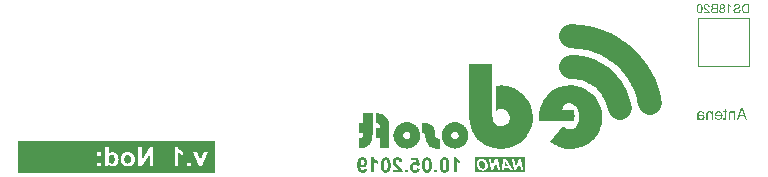
<source format=gbo>
G04*
G04 #@! TF.GenerationSoftware,Altium Limited,Altium Designer,18.1.8 (232)*
G04*
G04 Layer_Color=32896*
%FSLAX25Y25*%
%MOIN*%
G70*
G01*
G75*
%ADD10C,0.00394*%
%ADD45C,0.07874*%
G36*
X77300Y12300D02*
X11700D01*
Y23022D01*
X77300D01*
Y12300D01*
D02*
G37*
G36*
X131601Y32234D02*
X132001Y32161D01*
X132384Y32052D01*
X132712Y31924D01*
X133003Y31797D01*
X133113Y31742D01*
X133222Y31688D01*
X133295Y31651D01*
X133350Y31615D01*
X133386Y31578D01*
X133404D01*
X133787Y31305D01*
X134115Y31013D01*
X134388Y30704D01*
X134607Y30430D01*
X134789Y30175D01*
X134917Y29975D01*
X134953Y29902D01*
X134990Y29847D01*
X135008Y29811D01*
Y29793D01*
X135135Y29465D01*
X135245Y29100D01*
X135317Y28754D01*
X135354Y28426D01*
X135390Y28153D01*
Y28025D01*
X135408Y27916D01*
Y27843D01*
Y27770D01*
Y27734D01*
Y27716D01*
Y20537D01*
X132220Y20537D01*
Y23798D01*
X130817D01*
Y27132D01*
X132220D01*
Y27406D01*
X132202Y27661D01*
X132165Y27898D01*
X132129Y28080D01*
X132056Y28244D01*
X132001Y28371D01*
X131965Y28462D01*
X131929Y28517D01*
X131910Y28535D01*
X131783Y28663D01*
X131619Y28772D01*
X131473Y28845D01*
X131327Y28882D01*
X131182Y28918D01*
X131072Y28936D01*
X130872D01*
X130835Y28918D01*
X130817D01*
Y32252D01*
X131163Y32271D01*
X131601Y32234D01*
D02*
G37*
G36*
X129779Y25165D02*
X129742Y24527D01*
X129706Y24236D01*
X129669Y23944D01*
X129615Y23689D01*
X129560Y23452D01*
X129487Y23233D01*
X129414Y23033D01*
X129359Y22869D01*
X129287Y22705D01*
X129232Y22578D01*
X129177Y22468D01*
X129141Y22377D01*
X129104Y22322D01*
X129068Y22286D01*
Y22268D01*
X128831Y21958D01*
X128576Y21685D01*
X128321Y21448D01*
X128084Y21266D01*
X127866Y21102D01*
X127701Y20992D01*
X127629Y20956D01*
X127574Y20920D01*
X127556Y20901D01*
X127538D01*
X127173Y20737D01*
X126809Y20610D01*
X126462Y20537D01*
X126153Y20464D01*
X125880Y20427D01*
X125770D01*
X125679Y20409D01*
X125388D01*
X125278Y20427D01*
X125133D01*
Y23744D01*
X125424Y23762D01*
X125661Y23798D01*
X125861Y23871D01*
X126025Y23944D01*
X126135Y23999D01*
X126226Y24071D01*
X126262Y24108D01*
X126280Y24126D01*
X126390Y24290D01*
X126462Y24509D01*
X126517Y24746D01*
X126554Y24964D01*
X126572Y25183D01*
X126590Y25365D01*
Y25438D01*
Y25493D01*
Y25511D01*
Y25529D01*
X125187D01*
Y28882D01*
X126590D01*
Y32125D01*
X129779D01*
Y25165D01*
D02*
G37*
G36*
X157528Y29155D02*
X157874Y29118D01*
X158184Y29064D01*
X158493Y28973D01*
X158785Y28882D01*
X159040Y28772D01*
X159295Y28663D01*
X159514Y28535D01*
X159714Y28426D01*
X159896Y28299D01*
X160042Y28189D01*
X160169Y28098D01*
X160279Y28007D01*
X160352Y27952D01*
X160388Y27916D01*
X160406Y27898D01*
X160625Y27661D01*
X160825Y27406D01*
X161008Y27132D01*
X161153Y26877D01*
X161281Y26604D01*
X161390Y26349D01*
X161463Y26094D01*
X161536Y25857D01*
X161591Y25620D01*
X161627Y25420D01*
X161664Y25238D01*
X161682Y25074D01*
X161700Y24946D01*
Y24855D01*
Y24782D01*
Y24764D01*
X161682Y24436D01*
X161645Y24108D01*
X161573Y23798D01*
X161500Y23507D01*
X161408Y23233D01*
X161299Y22978D01*
X161172Y22741D01*
X161044Y22523D01*
X160935Y22322D01*
X160807Y22158D01*
X160698Y22013D01*
X160607Y21885D01*
X160534Y21776D01*
X160461Y21703D01*
X160425Y21666D01*
X160406Y21648D01*
X160151Y21430D01*
X159896Y21229D01*
X159623Y21065D01*
X159368Y20920D01*
X159095Y20792D01*
X158839Y20683D01*
X158584Y20592D01*
X158329Y20537D01*
X158111Y20482D01*
X157910Y20446D01*
X157728Y20409D01*
X157564Y20391D01*
X157437Y20373D01*
X157254D01*
X156908Y20391D01*
X156598Y20427D01*
X156270Y20482D01*
X155979Y20573D01*
X155706Y20664D01*
X155450Y20774D01*
X155214Y20901D01*
X154995Y21011D01*
X154795Y21138D01*
X154612Y21247D01*
X154467Y21357D01*
X154339Y21448D01*
X154230Y21539D01*
X154157Y21594D01*
X154121Y21630D01*
X154102Y21648D01*
X153865Y21903D01*
X153665Y22158D01*
X153501Y22413D01*
X153337Y22687D01*
X153209Y22942D01*
X153118Y23197D01*
X153027Y23452D01*
X152954Y23689D01*
X152900Y23908D01*
X152863Y24126D01*
X152827Y24308D01*
X152809Y24454D01*
X152790Y24582D01*
Y24691D01*
Y24746D01*
Y24764D01*
X152809Y25092D01*
X152845Y25420D01*
X152918Y25730D01*
X152991Y26021D01*
X153082Y26294D01*
X153191Y26550D01*
X153319Y26786D01*
X153428Y27005D01*
X153556Y27205D01*
X153683Y27369D01*
X153793Y27533D01*
X153884Y27643D01*
X153956Y27752D01*
X154029Y27825D01*
X154066Y27861D01*
X154084Y27880D01*
X154339Y28116D01*
X154594Y28299D01*
X154849Y28481D01*
X155104Y28626D01*
X155378Y28754D01*
X155633Y28863D01*
X155888Y28936D01*
X156125Y29009D01*
X156343Y29064D01*
X156544Y29100D01*
X156726Y29137D01*
X156872Y29155D01*
X156999Y29173D01*
X157181D01*
X157528Y29155D01*
D02*
G37*
G36*
X141476D02*
X141822Y29118D01*
X142132Y29064D01*
X142441Y28973D01*
X142733Y28882D01*
X142988Y28772D01*
X143243Y28663D01*
X143462Y28535D01*
X143662Y28426D01*
X143844Y28299D01*
X143990Y28189D01*
X144118Y28098D01*
X144227Y28007D01*
X144300Y27952D01*
X144336Y27916D01*
X144355Y27898D01*
X144573Y27661D01*
X144774Y27406D01*
X144956Y27132D01*
X145102Y26877D01*
X145229Y26604D01*
X145338Y26349D01*
X145411Y26094D01*
X145484Y25857D01*
X145539Y25620D01*
X145575Y25420D01*
X145612Y25238D01*
X145630Y25074D01*
X145648Y24946D01*
Y24855D01*
Y24782D01*
Y24764D01*
X145630Y24436D01*
X145594Y24108D01*
X145521Y23798D01*
X145448Y23507D01*
X145357Y23233D01*
X145247Y22978D01*
X145120Y22741D01*
X144992Y22523D01*
X144883Y22322D01*
X144755Y22158D01*
X144646Y22013D01*
X144555Y21885D01*
X144482Y21776D01*
X144409Y21703D01*
X144373Y21666D01*
X144355Y21648D01*
X144099Y21430D01*
X143844Y21229D01*
X143571Y21065D01*
X143316Y20920D01*
X143043Y20792D01*
X142788Y20683D01*
X142533Y20592D01*
X142278Y20537D01*
X142059Y20482D01*
X141858Y20446D01*
X141676Y20409D01*
X141512Y20391D01*
X141385Y20373D01*
X141202D01*
X140856Y20391D01*
X140547Y20427D01*
X140219Y20482D01*
X139927Y20573D01*
X139654Y20664D01*
X139399Y20774D01*
X139162Y20901D01*
X138943Y21011D01*
X138743Y21138D01*
X138561Y21247D01*
X138415Y21357D01*
X138287Y21448D01*
X138178Y21539D01*
X138105Y21594D01*
X138069Y21630D01*
X138050Y21648D01*
X137814Y21903D01*
X137613Y22158D01*
X137449Y22413D01*
X137285Y22687D01*
X137158Y22942D01*
X137067Y23197D01*
X136976Y23452D01*
X136903Y23689D01*
X136848Y23908D01*
X136811Y24126D01*
X136775Y24308D01*
X136757Y24454D01*
X136739Y24582D01*
Y24691D01*
Y24746D01*
Y24764D01*
X136757Y25092D01*
X136793Y25420D01*
X136866Y25730D01*
X136939Y26021D01*
X137030Y26294D01*
X137139Y26550D01*
X137267Y26786D01*
X137376Y27005D01*
X137504Y27205D01*
X137631Y27369D01*
X137741Y27533D01*
X137832Y27643D01*
X137905Y27752D01*
X137978Y27825D01*
X138014Y27861D01*
X138032Y27880D01*
X138287Y28116D01*
X138542Y28299D01*
X138797Y28481D01*
X139052Y28626D01*
X139326Y28754D01*
X139581Y28863D01*
X139836Y28936D01*
X140073Y29009D01*
X140292Y29064D01*
X140492Y29100D01*
X140674Y29137D01*
X140820Y29155D01*
X140947Y29173D01*
X141130D01*
X141476Y29155D01*
D02*
G37*
G36*
X147434Y28863D02*
X147707Y28845D01*
X147980Y28791D01*
X148235Y28736D01*
X148454Y28663D01*
X148673Y28590D01*
X148873Y28499D01*
X149037Y28426D01*
X149201Y28335D01*
X149329Y28244D01*
X149438Y28171D01*
X149547Y28098D01*
X149620Y28043D01*
X149675Y27989D01*
X149693Y27971D01*
X149711Y27952D01*
X149893Y27770D01*
X150039Y27570D01*
X150167Y27406D01*
X150258Y27242D01*
X150331Y27114D01*
X150385Y27005D01*
X150404Y26932D01*
X150422Y26914D01*
X150477Y26677D01*
X150531Y26404D01*
X150568Y26112D01*
X150604Y25802D01*
X150622Y25529D01*
X150640Y25402D01*
Y25311D01*
X150659Y25219D01*
Y25146D01*
Y25110D01*
Y25092D01*
X150695Y24819D01*
X150750Y24582D01*
X150804Y24381D01*
X150877Y24236D01*
X150932Y24108D01*
X150987Y24035D01*
X151023Y23980D01*
X151041Y23962D01*
X151187Y23853D01*
X151351Y23780D01*
X151533Y23725D01*
X151715Y23689D01*
X151879Y23671D01*
X152007Y23652D01*
X152262D01*
Y20300D01*
X151825D01*
X151242Y20318D01*
X150750Y20373D01*
X150531Y20427D01*
X150312Y20464D01*
X150130Y20500D01*
X149966Y20555D01*
X149802Y20610D01*
X149675Y20646D01*
X149565Y20701D01*
X149474Y20737D01*
X149401Y20755D01*
X149347Y20792D01*
X149329Y20810D01*
X149310D01*
X149019Y21011D01*
X148746Y21247D01*
X148509Y21502D01*
X148308Y21776D01*
X148126Y22067D01*
X147962Y22359D01*
X147835Y22650D01*
X147725Y22924D01*
X147634Y23197D01*
X147561Y23452D01*
X147507Y23671D01*
X147452Y23871D01*
X147434Y24035D01*
X147415Y24163D01*
X147397Y24254D01*
Y24272D01*
X147361Y24527D01*
X147324Y24746D01*
X147270Y24910D01*
X147215Y25037D01*
X147179Y25146D01*
X147124Y25201D01*
X147106Y25238D01*
X147088Y25256D01*
X146978Y25347D01*
X146833Y25402D01*
X146523Y25475D01*
X146377Y25493D01*
X146268Y25511D01*
X146158D01*
Y28882D01*
X147124D01*
X147434Y28863D01*
D02*
G37*
G36*
X180700Y12400D02*
X163800D01*
Y17600D01*
X180700D01*
Y12400D01*
D02*
G37*
G36*
X196515Y41426D02*
X197302Y41339D01*
X198046Y41164D01*
X198789Y40989D01*
X199445Y40770D01*
X200058Y40508D01*
X200670Y40202D01*
X201195Y39939D01*
X201632Y39633D01*
X202070Y39327D01*
X202420Y39064D01*
X202726Y38846D01*
X202988Y38671D01*
X203163Y38496D01*
X203251Y38408D01*
X203294Y38365D01*
X203819Y37796D01*
X204300Y37184D01*
X204738Y36527D01*
X205088Y35915D01*
X205394Y35259D01*
X205656Y34647D01*
X205831Y34034D01*
X206006Y33466D01*
X206138Y32897D01*
X206225Y32416D01*
X206312Y31979D01*
X206356Y31585D01*
X206400Y31279D01*
Y31060D01*
Y30885D01*
Y30841D01*
X206356Y30010D01*
X206269Y29223D01*
X206138Y28479D01*
X205919Y27779D01*
X205700Y27080D01*
X205438Y26467D01*
X205132Y25899D01*
X204869Y25374D01*
X204563Y24936D01*
X204300Y24499D01*
X204038Y24149D01*
X203819Y23843D01*
X203601Y23624D01*
X203469Y23449D01*
X203382Y23362D01*
X203338Y23318D01*
X202726Y22793D01*
X202114Y22312D01*
X201501Y21918D01*
X200845Y21568D01*
X200233Y21262D01*
X199577Y21044D01*
X198964Y20825D01*
X198396Y20694D01*
X197827Y20562D01*
X197346Y20475D01*
X196865Y20388D01*
X196471Y20344D01*
X196165Y20300D01*
X195727D01*
X195028Y20344D01*
X194371Y20388D01*
X193103Y20650D01*
X191966Y21044D01*
X190960Y21481D01*
X190522Y21700D01*
X190129Y21918D01*
X189822Y22137D01*
X189516Y22312D01*
X189298Y22443D01*
X189123Y22575D01*
X189035Y22618D01*
X188991Y22662D01*
X193322Y27867D01*
X193715Y27517D01*
X194109Y27255D01*
X194503Y27036D01*
X194853Y26905D01*
X195115Y26817D01*
X195378Y26774D01*
X195553D01*
X196034Y26817D01*
X196515Y26948D01*
X196865Y27167D01*
X197215Y27386D01*
X197477Y27561D01*
X197652Y27779D01*
X197783Y27911D01*
X197827Y27955D01*
X198089Y28436D01*
X198308Y28960D01*
X198439Y29529D01*
X198571Y30054D01*
X198614Y30491D01*
X198658Y30841D01*
Y31104D01*
Y31191D01*
X198614Y31847D01*
X198527Y32460D01*
X198396Y32985D01*
X198221Y33466D01*
X198046Y33816D01*
X197914Y34078D01*
X197827Y34253D01*
X197783Y34297D01*
X197433Y34690D01*
X197040Y34997D01*
X196646Y35215D01*
X196296Y35390D01*
X195946Y35478D01*
X195684Y35522D01*
X195465D01*
X195071Y35478D01*
X194721Y35434D01*
X194153Y35172D01*
X193715Y34778D01*
X193366Y34384D01*
X193147Y33947D01*
X192972Y33553D01*
X192884Y33291D01*
Y33247D01*
Y33203D01*
X196777D01*
X196996Y32460D01*
X197040Y32110D01*
X197083Y31804D01*
X197127Y31585D01*
Y31366D01*
Y31235D01*
Y31191D01*
X197083Y30623D01*
X196996Y30141D01*
X196952Y29923D01*
X196908Y29748D01*
X196865Y29660D01*
Y29617D01*
X185317D01*
X185274Y29967D01*
Y30229D01*
X185230Y30491D01*
Y30666D01*
Y30841D01*
Y30929D01*
Y31016D01*
X185274Y31847D01*
X185361Y32591D01*
X185492Y33334D01*
X185711Y34034D01*
X185930Y34690D01*
X186192Y35303D01*
X186455Y35871D01*
X186717Y36396D01*
X187023Y36878D01*
X187286Y37271D01*
X187548Y37621D01*
X187767Y37927D01*
X187986Y38146D01*
X188117Y38321D01*
X188204Y38408D01*
X188248Y38452D01*
X188816Y38977D01*
X189429Y39458D01*
X190041Y39852D01*
X190697Y40202D01*
X191310Y40508D01*
X191922Y40727D01*
X192534Y40945D01*
X193103Y41076D01*
X193628Y41208D01*
X194109Y41295D01*
X194546Y41383D01*
X194940Y41426D01*
X195246Y41470D01*
X195684D01*
X196515Y41426D01*
D02*
G37*
G36*
X169658Y31847D02*
X169702Y31148D01*
X169790Y30535D01*
X169921Y29967D01*
X170096Y29529D01*
X170358Y29136D01*
X170577Y28786D01*
X170839Y28523D01*
X171102Y28348D01*
X171408Y28173D01*
X171670Y28042D01*
X172108Y27867D01*
X172327D01*
X172458Y27823D01*
X172589D01*
X173026Y27867D01*
X173420Y27955D01*
X173770Y28086D01*
X174076Y28261D01*
X174339Y28392D01*
X174513Y28523D01*
X174645Y28611D01*
X174688Y28654D01*
X174951Y28960D01*
X175170Y29310D01*
X175301Y29660D01*
X175432Y29967D01*
X175476Y30229D01*
X175520Y30491D01*
Y30623D01*
Y30666D01*
X175476Y31104D01*
X175388Y31497D01*
X175257Y31891D01*
X175082Y32197D01*
X174951Y32416D01*
X174820Y32591D01*
X174732Y32722D01*
X174688Y32766D01*
X174382Y33072D01*
X174032Y33291D01*
X173682Y33422D01*
X173376Y33553D01*
X173114Y33597D01*
X172851Y33641D01*
X172677D01*
X172327Y33597D01*
X171977Y33509D01*
X171408Y33247D01*
X171146Y33116D01*
X170971Y32985D01*
X170839Y32897D01*
X170796Y32853D01*
Y41251D01*
X171277Y41295D01*
X171714Y41339D01*
X172064Y41383D01*
X172327Y41426D01*
X172851D01*
X173639Y41383D01*
X174382Y41295D01*
X175082Y41120D01*
X175782Y40945D01*
X176438Y40683D01*
X177050Y40420D01*
X177619Y40158D01*
X178100Y39852D01*
X178581Y39546D01*
X178975Y39283D01*
X179369Y39021D01*
X179631Y38758D01*
X179894Y38583D01*
X180069Y38408D01*
X180156Y38321D01*
X180200Y38277D01*
X180725Y37665D01*
X181206Y37052D01*
X181599Y36440D01*
X181949Y35784D01*
X182255Y35172D01*
X182518Y34559D01*
X182737Y33947D01*
X182868Y33378D01*
X182999Y32853D01*
X183087Y32372D01*
X183174Y31935D01*
X183218Y31541D01*
X183262Y31279D01*
Y31016D01*
Y30885D01*
Y30841D01*
X183218Y30010D01*
X183130Y29223D01*
X182955Y28479D01*
X182780Y27779D01*
X182562Y27123D01*
X182299Y26511D01*
X181993Y25943D01*
X181687Y25418D01*
X181424Y24936D01*
X181118Y24543D01*
X180856Y24149D01*
X180637Y23887D01*
X180462Y23624D01*
X180287Y23449D01*
X180200Y23362D01*
X180156Y23318D01*
X179544Y22793D01*
X178931Y22312D01*
X178275Y21918D01*
X177663Y21568D01*
X177007Y21262D01*
X176351Y21044D01*
X175738Y20825D01*
X175170Y20694D01*
X174601Y20562D01*
X174120Y20475D01*
X173639Y20388D01*
X173245Y20344D01*
X172939Y20300D01*
X172502D01*
X171670Y20344D01*
X170839Y20431D01*
X170096Y20606D01*
X169440Y20781D01*
X168871Y20956D01*
X168434Y21131D01*
X168303Y21175D01*
X168171Y21218D01*
X168128Y21262D01*
X168084D01*
X167296Y21656D01*
X166597Y22093D01*
X165984Y22575D01*
X165459Y23012D01*
X165022Y23362D01*
X164716Y23712D01*
X164497Y23887D01*
X164453Y23974D01*
X164016Y24543D01*
X163622Y25155D01*
X163316Y25767D01*
X163054Y26380D01*
X162616Y27648D01*
X162310Y28873D01*
X162223Y29398D01*
X162135Y29923D01*
X162091Y30360D01*
X162048Y30754D01*
X162004Y31104D01*
Y31323D01*
Y31497D01*
Y31541D01*
Y48512D01*
X169658D01*
Y31847D01*
D02*
G37*
G36*
X241241Y68533D02*
X241316Y68528D01*
X241385Y68515D01*
X241451Y68502D01*
X241512Y68485D01*
X241569Y68467D01*
X241621Y68445D01*
X241670Y68423D01*
X241713Y68402D01*
X241748Y68380D01*
X241779Y68362D01*
X241805Y68345D01*
X241827Y68332D01*
X241840Y68319D01*
X241849Y68314D01*
X241853Y68310D01*
X241897Y68266D01*
X241936Y68218D01*
X241975Y68166D01*
X242006Y68113D01*
X242058Y68008D01*
X242093Y67904D01*
X242107Y67855D01*
X242120Y67807D01*
X242128Y67768D01*
X242137Y67733D01*
X242141Y67703D01*
Y67681D01*
X242146Y67668D01*
Y67663D01*
X241766Y67624D01*
X241757Y67724D01*
X241739Y67812D01*
X241713Y67890D01*
X241683Y67952D01*
X241656Y68004D01*
X241630Y68039D01*
X241613Y68061D01*
X241604Y68070D01*
X241538Y68122D01*
X241468Y68161D01*
X241394Y68192D01*
X241329Y68209D01*
X241267Y68222D01*
X241215Y68227D01*
X241197Y68231D01*
X241171D01*
X241079Y68227D01*
X240997Y68209D01*
X240927Y68183D01*
X240865Y68157D01*
X240817Y68126D01*
X240787Y68104D01*
X240765Y68087D01*
X240756Y68078D01*
X240704Y68017D01*
X240664Y67956D01*
X240634Y67895D01*
X240616Y67834D01*
X240603Y67786D01*
X240599Y67742D01*
X240594Y67716D01*
Y67711D01*
Y67707D01*
X240603Y67628D01*
X240621Y67545D01*
X240651Y67471D01*
X240682Y67401D01*
X240717Y67344D01*
X240747Y67296D01*
X240756Y67279D01*
X240765Y67265D01*
X240774Y67261D01*
Y67257D01*
X240809Y67209D01*
X240852Y67161D01*
X240900Y67108D01*
X240953Y67056D01*
X241062Y66951D01*
X241171Y66846D01*
X241228Y66798D01*
X241276Y66754D01*
X241324Y66715D01*
X241364Y66680D01*
X241394Y66654D01*
X241420Y66632D01*
X241438Y66619D01*
X241442Y66614D01*
X241551Y66523D01*
X241652Y66435D01*
X241735Y66356D01*
X241801Y66291D01*
X241857Y66234D01*
X241897Y66195D01*
X241919Y66169D01*
X241927Y66164D01*
Y66160D01*
X241988Y66086D01*
X242037Y66016D01*
X242080Y65946D01*
X242115Y65885D01*
X242141Y65832D01*
X242159Y65793D01*
X242168Y65767D01*
X242172Y65762D01*
Y65758D01*
X242190Y65710D01*
X242198Y65666D01*
X242207Y65622D01*
X242211Y65583D01*
X242216Y65548D01*
Y65522D01*
Y65504D01*
Y65500D01*
X240210D01*
Y65858D01*
X241700D01*
X241648Y65933D01*
X241621Y65963D01*
X241599Y65994D01*
X241578Y66020D01*
X241560Y66037D01*
X241547Y66051D01*
X241543Y66055D01*
X241521Y66077D01*
X241495Y66099D01*
X241434Y66155D01*
X241364Y66221D01*
X241289Y66287D01*
X241219Y66343D01*
X241189Y66370D01*
X241162Y66396D01*
X241141Y66413D01*
X241123Y66426D01*
X241114Y66435D01*
X241110Y66439D01*
X241040Y66501D01*
X240970Y66558D01*
X240909Y66614D01*
X240852Y66662D01*
X240800Y66711D01*
X240756Y66754D01*
X240712Y66794D01*
X240677Y66829D01*
X240642Y66863D01*
X240616Y66890D01*
X240594Y66912D01*
X240573Y66933D01*
X240551Y66960D01*
X240542Y66968D01*
X240481Y67043D01*
X240428Y67108D01*
X240385Y67174D01*
X240350Y67226D01*
X240323Y67274D01*
X240306Y67309D01*
X240297Y67331D01*
X240293Y67340D01*
X240267Y67405D01*
X240249Y67471D01*
X240232Y67532D01*
X240223Y67585D01*
X240219Y67633D01*
X240214Y67668D01*
Y67689D01*
Y67698D01*
X240219Y67764D01*
X240227Y67825D01*
X240236Y67886D01*
X240254Y67939D01*
X240297Y68043D01*
X240341Y68126D01*
X240367Y68166D01*
X240389Y68196D01*
X240411Y68227D01*
X240433Y68249D01*
X240450Y68266D01*
X240459Y68284D01*
X240468Y68288D01*
X240472Y68292D01*
X240520Y68336D01*
X240573Y68375D01*
X240629Y68406D01*
X240686Y68432D01*
X240800Y68476D01*
X240914Y68507D01*
X240962Y68515D01*
X241010Y68524D01*
X241053Y68528D01*
X241088Y68533D01*
X241119Y68537D01*
X241162D01*
X241241Y68533D01*
D02*
G37*
G36*
X248570Y68463D02*
X248618Y68393D01*
X248675Y68323D01*
X248727Y68262D01*
X248779Y68209D01*
X248819Y68166D01*
X248836Y68153D01*
X248849Y68139D01*
X248854Y68135D01*
X248858Y68131D01*
X248950Y68056D01*
X249042Y67987D01*
X249129Y67925D01*
X249216Y67877D01*
X249291Y67834D01*
X249321Y67816D01*
X249348Y67803D01*
X249369Y67790D01*
X249387Y67786D01*
X249396Y67777D01*
X249400D01*
Y67418D01*
X249334Y67445D01*
X249269Y67475D01*
X249203Y67506D01*
X249142Y67536D01*
X249090Y67563D01*
X249046Y67585D01*
X249020Y67602D01*
X249015Y67606D01*
X249011D01*
X248932Y67654D01*
X248863Y67703D01*
X248801Y67746D01*
X248753Y67786D01*
X248710Y67816D01*
X248683Y67842D01*
X248661Y67860D01*
X248657Y67864D01*
Y65500D01*
X248286D01*
Y68537D01*
X248526D01*
X248570Y68463D01*
D02*
G37*
G36*
X255400Y65500D02*
X254312D01*
X254211Y65504D01*
X254120Y65509D01*
X254037Y65517D01*
X253967Y65526D01*
X253906Y65535D01*
X253862Y65539D01*
X253849Y65544D01*
X253836Y65548D01*
X253827D01*
X253748Y65570D01*
X253678Y65596D01*
X253617Y65618D01*
X253565Y65644D01*
X253521Y65666D01*
X253490Y65684D01*
X253473Y65697D01*
X253464Y65701D01*
X253407Y65740D01*
X253359Y65788D01*
X253311Y65832D01*
X253272Y65876D01*
X253237Y65915D01*
X253211Y65946D01*
X253193Y65968D01*
X253189Y65976D01*
X253145Y66046D01*
X253101Y66120D01*
X253066Y66190D01*
X253040Y66260D01*
X253014Y66322D01*
X252996Y66370D01*
X252992Y66387D01*
X252988Y66400D01*
X252983Y66409D01*
Y66413D01*
X252957Y66518D01*
X252935Y66623D01*
X252922Y66724D01*
X252909Y66820D01*
X252905Y66903D01*
Y66938D01*
X252900Y66968D01*
Y66990D01*
Y67012D01*
Y67021D01*
Y67025D01*
X252905Y67174D01*
X252918Y67309D01*
X252940Y67431D01*
X252948Y67488D01*
X252961Y67536D01*
X252975Y67585D01*
X252983Y67624D01*
X252992Y67659D01*
X253005Y67689D01*
X253010Y67716D01*
X253018Y67733D01*
X253023Y67742D01*
Y67746D01*
X253071Y67860D01*
X253128Y67960D01*
X253189Y68048D01*
X253246Y68122D01*
X253298Y68183D01*
X253342Y68227D01*
X253359Y68240D01*
X253372Y68253D01*
X253377Y68257D01*
X253381Y68262D01*
X253451Y68319D01*
X253525Y68362D01*
X253600Y68402D01*
X253670Y68432D01*
X253731Y68454D01*
X253779Y68467D01*
X253796Y68476D01*
X253809D01*
X253818Y68480D01*
X253822D01*
X253897Y68493D01*
X253984Y68507D01*
X254071Y68515D01*
X254159Y68520D01*
X254238Y68524D01*
X255400D01*
Y65500D01*
D02*
G37*
G36*
X244847D02*
X243693D01*
X243588Y65504D01*
X243496Y65509D01*
X243413Y65517D01*
X243343Y65526D01*
X243286Y65535D01*
X243243Y65539D01*
X243216Y65548D01*
X243208D01*
X243133Y65570D01*
X243072Y65592D01*
X243015Y65618D01*
X242967Y65644D01*
X242928Y65662D01*
X242897Y65679D01*
X242880Y65692D01*
X242876Y65697D01*
X242828Y65736D01*
X242784Y65784D01*
X242749Y65832D01*
X242714Y65876D01*
X242688Y65920D01*
X242670Y65950D01*
X242657Y65972D01*
X242653Y65981D01*
X242622Y66051D01*
X242600Y66120D01*
X242583Y66186D01*
X242574Y66247D01*
X242565Y66300D01*
X242561Y66343D01*
Y66370D01*
Y66374D01*
Y66378D01*
X242565Y66474D01*
X242583Y66562D01*
X242609Y66636D01*
X242635Y66706D01*
X242661Y66759D01*
X242688Y66798D01*
X242705Y66824D01*
X242709Y66833D01*
X242771Y66903D01*
X242836Y66960D01*
X242911Y67008D01*
X242976Y67047D01*
X243037Y67078D01*
X243090Y67095D01*
X243107Y67104D01*
X243120Y67108D01*
X243129Y67112D01*
X243133D01*
X243059Y67156D01*
X242994Y67200D01*
X242941Y67248D01*
X242897Y67292D01*
X242863Y67327D01*
X242836Y67362D01*
X242823Y67379D01*
X242819Y67388D01*
X242784Y67453D01*
X242758Y67515D01*
X242736Y67576D01*
X242723Y67633D01*
X242714Y67681D01*
X242709Y67720D01*
Y67742D01*
Y67751D01*
X242714Y67825D01*
X242727Y67899D01*
X242749Y67965D01*
X242771Y68026D01*
X242793Y68078D01*
X242814Y68113D01*
X242828Y68139D01*
X242832Y68148D01*
X242880Y68214D01*
X242932Y68275D01*
X242989Y68323D01*
X243042Y68362D01*
X243085Y68393D01*
X243125Y68415D01*
X243151Y68428D01*
X243155Y68432D01*
X243160D01*
X243243Y68463D01*
X243334Y68485D01*
X243426Y68502D01*
X243514Y68511D01*
X243592Y68520D01*
X243627D01*
X243658Y68524D01*
X244847D01*
Y65500D01*
D02*
G37*
G36*
X251423Y68572D02*
X251524Y68559D01*
X251620Y68542D01*
X251703Y68524D01*
X251768Y68507D01*
X251799Y68498D01*
X251821Y68489D01*
X251838Y68480D01*
X251852Y68476D01*
X251860Y68472D01*
X251865D01*
X251952Y68428D01*
X252031Y68380D01*
X252096Y68327D01*
X252149Y68279D01*
X252188Y68236D01*
X252219Y68201D01*
X252240Y68174D01*
X252245Y68170D01*
Y68166D01*
X252289Y68091D01*
X252319Y68017D01*
X252341Y67943D01*
X252354Y67877D01*
X252363Y67821D01*
X252372Y67777D01*
Y67759D01*
Y67746D01*
Y67742D01*
Y67737D01*
X252367Y67663D01*
X252354Y67593D01*
X252337Y67528D01*
X252319Y67471D01*
X252302Y67427D01*
X252284Y67392D01*
X252271Y67370D01*
X252267Y67362D01*
X252223Y67300D01*
X252171Y67244D01*
X252118Y67196D01*
X252066Y67156D01*
X252022Y67121D01*
X251983Y67099D01*
X251956Y67082D01*
X251952Y67078D01*
X251948D01*
X251913Y67060D01*
X251873Y67043D01*
X251786Y67012D01*
X251686Y66981D01*
X251589Y66951D01*
X251502Y66925D01*
X251463Y66916D01*
X251428Y66907D01*
X251401Y66898D01*
X251380Y66894D01*
X251366Y66890D01*
X251362D01*
X251288Y66872D01*
X251218Y66855D01*
X251157Y66837D01*
X251104Y66824D01*
X251052Y66811D01*
X251008Y66798D01*
X250969Y66789D01*
X250938Y66776D01*
X250908Y66767D01*
X250886Y66763D01*
X250851Y66750D01*
X250829Y66746D01*
X250825Y66741D01*
X250759Y66715D01*
X250702Y66684D01*
X250654Y66654D01*
X250619Y66628D01*
X250589Y66601D01*
X250571Y66584D01*
X250558Y66571D01*
X250554Y66566D01*
X250523Y66527D01*
X250501Y66483D01*
X250488Y66439D01*
X250475Y66405D01*
X250471Y66370D01*
X250466Y66343D01*
Y66322D01*
Y66317D01*
X250471Y66265D01*
X250479Y66217D01*
X250493Y66173D01*
X250510Y66138D01*
X250527Y66103D01*
X250541Y66081D01*
X250549Y66064D01*
X250554Y66059D01*
X250589Y66016D01*
X250632Y65981D01*
X250676Y65950D01*
X250715Y65920D01*
X250755Y65902D01*
X250785Y65885D01*
X250807Y65876D01*
X250816Y65872D01*
X250881Y65850D01*
X250951Y65832D01*
X251021Y65823D01*
X251082Y65815D01*
X251135Y65810D01*
X251179Y65806D01*
X251218D01*
X251314Y65810D01*
X251401Y65819D01*
X251480Y65832D01*
X251550Y65850D01*
X251607Y65867D01*
X251651Y65880D01*
X251664Y65885D01*
X251677Y65889D01*
X251681Y65893D01*
X251686D01*
X251755Y65928D01*
X251821Y65968D01*
X251869Y66007D01*
X251913Y66046D01*
X251948Y66077D01*
X251970Y66107D01*
X251983Y66125D01*
X251987Y66129D01*
X252018Y66186D01*
X252048Y66247D01*
X252066Y66313D01*
X252083Y66370D01*
X252096Y66426D01*
X252105Y66466D01*
Y66483D01*
X252109Y66496D01*
Y66501D01*
Y66505D01*
X252485Y66470D01*
X252477Y66361D01*
X252459Y66256D01*
X252433Y66164D01*
X252402Y66081D01*
X252372Y66016D01*
X252359Y65989D01*
X252350Y65968D01*
X252337Y65950D01*
X252332Y65937D01*
X252324Y65928D01*
Y65924D01*
X252258Y65841D01*
X252188Y65767D01*
X252114Y65705D01*
X252044Y65653D01*
X251983Y65614D01*
X251930Y65587D01*
X251913Y65579D01*
X251900Y65570D01*
X251891Y65566D01*
X251887D01*
X251777Y65526D01*
X251664Y65496D01*
X251550Y65478D01*
X251441Y65461D01*
X251388Y65456D01*
X251345Y65452D01*
X251305D01*
X251270Y65448D01*
X251200D01*
X251082Y65452D01*
X250973Y65465D01*
X250873Y65487D01*
X250790Y65509D01*
X250720Y65526D01*
X250689Y65539D01*
X250663Y65548D01*
X250645Y65557D01*
X250632Y65561D01*
X250624Y65566D01*
X250619D01*
X250527Y65614D01*
X250449Y65666D01*
X250379Y65723D01*
X250322Y65775D01*
X250278Y65819D01*
X250248Y65858D01*
X250226Y65885D01*
X250221Y65889D01*
Y65893D01*
X250173Y65976D01*
X250138Y66055D01*
X250117Y66129D01*
X250099Y66199D01*
X250091Y66260D01*
X250082Y66308D01*
Y66326D01*
Y66339D01*
Y66343D01*
Y66348D01*
X250086Y66435D01*
X250099Y66518D01*
X250121Y66593D01*
X250143Y66654D01*
X250169Y66706D01*
X250187Y66746D01*
X250204Y66767D01*
X250208Y66776D01*
X250261Y66842D01*
X250322Y66903D01*
X250388Y66955D01*
X250453Y67003D01*
X250510Y67038D01*
X250558Y67064D01*
X250575Y67073D01*
X250589Y67082D01*
X250597Y67086D01*
X250602D01*
X250637Y67104D01*
X250680Y67117D01*
X250729Y67134D01*
X250781Y67152D01*
X250890Y67182D01*
X251004Y67213D01*
X251056Y67226D01*
X251104Y67239D01*
X251152Y67252D01*
X251192Y67261D01*
X251222Y67270D01*
X251249Y67274D01*
X251266Y67279D01*
X251270D01*
X251358Y67300D01*
X251436Y67318D01*
X251506Y67340D01*
X251568Y67357D01*
X251624Y67379D01*
X251672Y67397D01*
X251716Y67414D01*
X251755Y67427D01*
X251786Y67445D01*
X251812Y67458D01*
X251830Y67466D01*
X251847Y67480D01*
X251869Y67493D01*
X251873Y67497D01*
X251913Y67541D01*
X251939Y67585D01*
X251961Y67628D01*
X251974Y67672D01*
X251983Y67707D01*
X251987Y67737D01*
Y67755D01*
Y67764D01*
X251978Y67834D01*
X251961Y67895D01*
X251935Y67947D01*
X251904Y67995D01*
X251878Y68030D01*
X251852Y68061D01*
X251834Y68078D01*
X251825Y68083D01*
X251790Y68104D01*
X251755Y68126D01*
X251672Y68161D01*
X251585Y68183D01*
X251498Y68201D01*
X251419Y68209D01*
X251384Y68214D01*
X251358Y68218D01*
X251297D01*
X251174Y68214D01*
X251065Y68196D01*
X250978Y68170D01*
X250903Y68144D01*
X250847Y68118D01*
X250803Y68091D01*
X250781Y68074D01*
X250772Y68070D01*
X250711Y68008D01*
X250663Y67943D01*
X250624Y67873D01*
X250597Y67803D01*
X250580Y67737D01*
X250567Y67689D01*
X250562Y67668D01*
X250558Y67654D01*
Y67646D01*
Y67641D01*
X250173Y67672D01*
X250182Y67768D01*
X250204Y67855D01*
X250226Y67939D01*
X250256Y68008D01*
X250283Y68065D01*
X250305Y68109D01*
X250313Y68122D01*
X250322Y68135D01*
X250326Y68139D01*
Y68144D01*
X250383Y68218D01*
X250444Y68284D01*
X250510Y68340D01*
X250575Y68384D01*
X250632Y68423D01*
X250676Y68445D01*
X250693Y68454D01*
X250707Y68463D01*
X250715Y68467D01*
X250720D01*
X250816Y68502D01*
X250921Y68528D01*
X251017Y68550D01*
X251109Y68563D01*
X251192Y68572D01*
X251222D01*
X251253Y68577D01*
X251310D01*
X251423Y68572D01*
D02*
G37*
G36*
X246420Y68533D02*
X246490Y68528D01*
X246612Y68502D01*
X246669Y68485D01*
X246721Y68467D01*
X246769Y68445D01*
X246813Y68423D01*
X246848Y68402D01*
X246883Y68380D01*
X246914Y68362D01*
X246935Y68345D01*
X246953Y68332D01*
X246966Y68319D01*
X246975Y68314D01*
X246979Y68310D01*
X247018Y68266D01*
X247058Y68222D01*
X247088Y68174D01*
X247114Y68126D01*
X247158Y68035D01*
X247184Y67947D01*
X247202Y67873D01*
X247206Y67838D01*
X247211Y67812D01*
X247215Y67786D01*
Y67768D01*
Y67759D01*
Y67755D01*
X247211Y67676D01*
X247198Y67602D01*
X247180Y67536D01*
X247158Y67480D01*
X247141Y67436D01*
X247123Y67401D01*
X247110Y67383D01*
X247106Y67375D01*
X247058Y67322D01*
X247005Y67274D01*
X246948Y67230D01*
X246892Y67196D01*
X246839Y67169D01*
X246800Y67152D01*
X246782Y67143D01*
X246769Y67139D01*
X246765Y67134D01*
X246761D01*
X246861Y67104D01*
X246944Y67064D01*
X247018Y67016D01*
X247079Y66973D01*
X247128Y66929D01*
X247163Y66894D01*
X247180Y66872D01*
X247189Y66868D01*
Y66863D01*
X247237Y66785D01*
X247276Y66702D01*
X247302Y66623D01*
X247320Y66544D01*
X247329Y66474D01*
X247333Y66444D01*
Y66418D01*
X247337Y66400D01*
Y66383D01*
Y66374D01*
Y66370D01*
X247333Y66300D01*
X247324Y66230D01*
X247311Y66164D01*
X247294Y66099D01*
X247250Y65989D01*
X247228Y65937D01*
X247202Y65893D01*
X247176Y65850D01*
X247154Y65815D01*
X247128Y65784D01*
X247110Y65758D01*
X247093Y65736D01*
X247079Y65723D01*
X247071Y65714D01*
X247066Y65710D01*
X247014Y65662D01*
X246957Y65622D01*
X246896Y65587D01*
X246835Y65557D01*
X246778Y65535D01*
X246717Y65513D01*
X246599Y65482D01*
X246546Y65469D01*
X246498Y65461D01*
X246455Y65456D01*
X246415Y65452D01*
X246385Y65448D01*
X246341D01*
X246258Y65452D01*
X246184Y65461D01*
X246109Y65474D01*
X246040Y65487D01*
X245978Y65509D01*
X245917Y65531D01*
X245860Y65552D01*
X245812Y65579D01*
X245768Y65605D01*
X245729Y65627D01*
X245699Y65649D01*
X245668Y65670D01*
X245646Y65684D01*
X245633Y65697D01*
X245624Y65705D01*
X245620Y65710D01*
X245572Y65762D01*
X245528Y65815D01*
X245493Y65867D01*
X245463Y65924D01*
X245432Y65976D01*
X245410Y66033D01*
X245380Y66134D01*
X245367Y66182D01*
X245358Y66225D01*
X245353Y66265D01*
X245349Y66295D01*
X245345Y66322D01*
Y66343D01*
Y66356D01*
Y66361D01*
X245349Y66461D01*
X245367Y66553D01*
X245393Y66636D01*
X245419Y66706D01*
X245445Y66763D01*
X245471Y66807D01*
X245489Y66833D01*
X245493Y66837D01*
Y66842D01*
X245554Y66912D01*
X245620Y66973D01*
X245690Y67021D01*
X245755Y67064D01*
X245817Y67095D01*
X245869Y67117D01*
X245886Y67126D01*
X245900Y67130D01*
X245908Y67134D01*
X245913D01*
X245834Y67169D01*
X245768Y67209D01*
X245712Y67248D01*
X245664Y67287D01*
X245629Y67322D01*
X245602Y67348D01*
X245585Y67366D01*
X245581Y67375D01*
X245541Y67436D01*
X245515Y67497D01*
X245493Y67558D01*
X245480Y67619D01*
X245471Y67668D01*
X245467Y67707D01*
Y67733D01*
Y67737D01*
Y67742D01*
X245471Y67803D01*
X245476Y67860D01*
X245506Y67969D01*
X245546Y68065D01*
X245589Y68148D01*
X245633Y68214D01*
X245655Y68240D01*
X245672Y68266D01*
X245690Y68284D01*
X245703Y68297D01*
X245707Y68301D01*
X245712Y68305D01*
X245760Y68345D01*
X245808Y68384D01*
X245860Y68415D01*
X245913Y68441D01*
X246018Y68480D01*
X246123Y68507D01*
X246166Y68520D01*
X246210Y68524D01*
X246249Y68528D01*
X246284Y68533D01*
X246310Y68537D01*
X246350D01*
X246420Y68533D01*
D02*
G37*
G36*
X238943Y68528D02*
X239052Y68511D01*
X239144Y68480D01*
X239222Y68450D01*
X239288Y68415D01*
X239314Y68402D01*
X239336Y68384D01*
X239353Y68375D01*
X239367Y68367D01*
X239371Y68358D01*
X239375D01*
X239454Y68288D01*
X239519Y68205D01*
X239576Y68122D01*
X239620Y68043D01*
X239655Y67969D01*
X239672Y67939D01*
X239681Y67908D01*
X239690Y67886D01*
X239699Y67869D01*
X239703Y67860D01*
Y67855D01*
X239720Y67790D01*
X239738Y67724D01*
X239764Y67580D01*
X239786Y67436D01*
X239799Y67300D01*
X239804Y67235D01*
X239808Y67178D01*
Y67126D01*
X239812Y67078D01*
Y67043D01*
Y67012D01*
Y66995D01*
Y66990D01*
X239808Y66837D01*
X239799Y66693D01*
X239786Y66562D01*
X239764Y66439D01*
X239742Y66326D01*
X239716Y66225D01*
X239690Y66134D01*
X239664Y66055D01*
X239637Y65985D01*
X239607Y65924D01*
X239585Y65872D01*
X239563Y65832D01*
X239541Y65797D01*
X239528Y65775D01*
X239519Y65762D01*
X239515Y65758D01*
X239467Y65705D01*
X239415Y65657D01*
X239358Y65614D01*
X239301Y65579D01*
X239244Y65548D01*
X239187Y65522D01*
X239130Y65504D01*
X239078Y65487D01*
X239026Y65474D01*
X238978Y65465D01*
X238934Y65456D01*
X238899Y65452D01*
X238868Y65448D01*
X238825D01*
X238707Y65456D01*
X238597Y65474D01*
X238506Y65504D01*
X238427Y65535D01*
X238361Y65566D01*
X238339Y65583D01*
X238318Y65596D01*
X238300Y65605D01*
X238287Y65614D01*
X238283Y65622D01*
X238278D01*
X238200Y65697D01*
X238134Y65775D01*
X238077Y65863D01*
X238034Y65941D01*
X237999Y66016D01*
X237981Y66046D01*
X237972Y66077D01*
X237964Y66099D01*
X237955Y66116D01*
X237951Y66125D01*
Y66129D01*
X237929Y66195D01*
X237911Y66260D01*
X237885Y66400D01*
X237863Y66544D01*
X237850Y66684D01*
X237846Y66746D01*
X237841Y66802D01*
Y66855D01*
X237837Y66903D01*
Y66938D01*
Y66968D01*
Y66986D01*
Y66990D01*
Y67073D01*
X237841Y67152D01*
Y67222D01*
X237846Y67292D01*
X237854Y67353D01*
X237859Y67414D01*
X237863Y67466D01*
X237872Y67515D01*
X237876Y67558D01*
X237885Y67598D01*
X237889Y67628D01*
X237894Y67654D01*
X237898Y67676D01*
X237902Y67689D01*
X237907Y67698D01*
Y67703D01*
X237933Y67799D01*
X237964Y67886D01*
X237999Y67960D01*
X238025Y68026D01*
X238055Y68083D01*
X238073Y68122D01*
X238090Y68144D01*
X238095Y68153D01*
X238143Y68218D01*
X238191Y68275D01*
X238243Y68323D01*
X238291Y68367D01*
X238335Y68397D01*
X238370Y68419D01*
X238392Y68432D01*
X238396Y68437D01*
X238401D01*
X238471Y68472D01*
X238545Y68493D01*
X238615Y68511D01*
X238680Y68524D01*
X238737Y68533D01*
X238785Y68537D01*
X238825D01*
X238943Y68528D01*
D02*
G37*
G36*
X138207Y17467D02*
X138323Y17459D01*
X138549Y17423D01*
X138739Y17365D01*
X138827Y17335D01*
X138907Y17299D01*
X138980Y17270D01*
X139038Y17233D01*
X139096Y17204D01*
X139140Y17182D01*
X139176Y17153D01*
X139198Y17139D01*
X139213Y17131D01*
X139220Y17124D01*
X139300Y17051D01*
X139373Y16978D01*
X139439Y16891D01*
X139497Y16796D01*
X139585Y16606D01*
X139658Y16424D01*
X139679Y16329D01*
X139701Y16249D01*
X139723Y16176D01*
X139731Y16111D01*
X139745Y16052D01*
Y16016D01*
X139752Y15987D01*
Y15979D01*
X138790Y15885D01*
X138776Y16030D01*
X138746Y16154D01*
X138717Y16264D01*
X138681Y16344D01*
X138652Y16409D01*
X138622Y16453D01*
X138601Y16482D01*
X138593Y16490D01*
X138520Y16548D01*
X138440Y16592D01*
X138360Y16628D01*
X138280Y16650D01*
X138214Y16665D01*
X138156Y16672D01*
X138105D01*
X137996Y16665D01*
X137901Y16643D01*
X137820Y16614D01*
X137748Y16585D01*
X137697Y16555D01*
X137653Y16526D01*
X137631Y16504D01*
X137624Y16497D01*
X137565Y16424D01*
X137522Y16344D01*
X137492Y16264D01*
X137471Y16183D01*
X137456Y16111D01*
X137449Y16045D01*
Y16008D01*
Y16001D01*
Y15994D01*
X137456Y15885D01*
X137478Y15783D01*
X137514Y15680D01*
X137551Y15593D01*
X137587Y15513D01*
X137624Y15454D01*
X137645Y15418D01*
X137653Y15404D01*
X137682Y15360D01*
X137726Y15309D01*
X137784Y15243D01*
X137842Y15185D01*
X137974Y15046D01*
X138105Y14908D01*
X138236Y14776D01*
X138294Y14718D01*
X138353Y14674D01*
X138396Y14631D01*
X138426Y14602D01*
X138447Y14580D01*
X138455Y14572D01*
X138601Y14434D01*
X138732Y14303D01*
X138856Y14179D01*
X138965Y14069D01*
X139067Y13960D01*
X139155Y13858D01*
X139235Y13770D01*
X139300Y13683D01*
X139359Y13610D01*
X139410Y13544D01*
X139453Y13494D01*
X139483Y13442D01*
X139512Y13413D01*
X139526Y13384D01*
X139541Y13370D01*
Y13362D01*
X139636Y13195D01*
X139709Y13020D01*
X139767Y12859D01*
X139811Y12713D01*
X139840Y12582D01*
X139847Y12531D01*
X139854Y12488D01*
X139862Y12451D01*
X139869Y12422D01*
Y12407D01*
Y12400D01*
X136479D01*
Y13297D01*
X138404D01*
X138345Y13391D01*
X138280Y13472D01*
X138251Y13508D01*
X138229Y13537D01*
X138214Y13552D01*
X138207Y13559D01*
X138178Y13588D01*
X138148Y13625D01*
X138061Y13705D01*
X137966Y13800D01*
X137872Y13894D01*
X137777Y13982D01*
X137697Y14055D01*
X137667Y14084D01*
X137645Y14106D01*
X137631Y14113D01*
X137624Y14120D01*
X137463Y14274D01*
X137332Y14398D01*
X137223Y14514D01*
X137135Y14602D01*
X137070Y14674D01*
X137026Y14726D01*
X136997Y14762D01*
X136989Y14769D01*
X136895Y14893D01*
X136814Y15010D01*
X136749Y15119D01*
X136698Y15214D01*
X136654Y15294D01*
X136625Y15360D01*
X136610Y15396D01*
X136603Y15411D01*
X136559Y15527D01*
X136530Y15644D01*
X136508Y15753D01*
X136494Y15856D01*
X136486Y15936D01*
X136479Y16001D01*
Y16045D01*
Y16060D01*
X136486Y16169D01*
X136501Y16278D01*
X136516Y16380D01*
X136545Y16475D01*
X136618Y16643D01*
X136690Y16789D01*
X136734Y16854D01*
X136771Y16905D01*
X136807Y16956D01*
X136844Y16993D01*
X136873Y17022D01*
X136887Y17051D01*
X136902Y17058D01*
X136909Y17066D01*
X136989Y17139D01*
X137084Y17204D01*
X137172Y17255D01*
X137274Y17299D01*
X137463Y17372D01*
X137653Y17423D01*
X137740Y17437D01*
X137820Y17452D01*
X137893Y17459D01*
X137959Y17467D01*
X138010Y17474D01*
X138083D01*
X138207Y17467D01*
D02*
G37*
G36*
X145497Y14747D02*
X144717Y14638D01*
X144651Y14704D01*
X144586Y14762D01*
X144520Y14813D01*
X144454Y14857D01*
X144331Y14922D01*
X144214Y14966D01*
X144112Y14988D01*
X144039Y15002D01*
X144010Y15010D01*
X143966D01*
X143849Y15002D01*
X143740Y14973D01*
X143645Y14937D01*
X143565Y14893D01*
X143507Y14842D01*
X143456Y14806D01*
X143427Y14776D01*
X143419Y14769D01*
X143346Y14674D01*
X143295Y14565D01*
X143259Y14448D01*
X143237Y14332D01*
X143215Y14230D01*
X143208Y14150D01*
Y14113D01*
Y14091D01*
Y14077D01*
Y14069D01*
X143215Y13894D01*
X143237Y13741D01*
X143273Y13617D01*
X143310Y13515D01*
X143354Y13428D01*
X143383Y13370D01*
X143412Y13340D01*
X143419Y13326D01*
X143499Y13246D01*
X143587Y13180D01*
X143674Y13136D01*
X143754Y13107D01*
X143827Y13092D01*
X143886Y13085D01*
X143922Y13078D01*
X143937D01*
X144032Y13085D01*
X144126Y13107D01*
X144207Y13136D01*
X144272Y13173D01*
X144331Y13209D01*
X144374Y13238D01*
X144403Y13260D01*
X144411Y13268D01*
X144476Y13348D01*
X144535Y13428D01*
X144578Y13515D01*
X144607Y13596D01*
X144629Y13668D01*
X144644Y13734D01*
X144651Y13770D01*
Y13785D01*
X145614Y13683D01*
X145592Y13566D01*
X145570Y13457D01*
X145497Y13260D01*
X145417Y13085D01*
X145373Y13012D01*
X145322Y12939D01*
X145278Y12881D01*
X145242Y12830D01*
X145198Y12786D01*
X145169Y12743D01*
X145140Y12713D01*
X145118Y12692D01*
X145103Y12684D01*
X145096Y12677D01*
X145008Y12611D01*
X144921Y12553D01*
X144826Y12502D01*
X144731Y12466D01*
X144535Y12393D01*
X144360Y12349D01*
X144272Y12334D01*
X144199Y12327D01*
X144126Y12320D01*
X144068Y12313D01*
X144017Y12305D01*
X143951D01*
X143791Y12313D01*
X143638Y12334D01*
X143499Y12364D01*
X143368Y12407D01*
X143244Y12458D01*
X143135Y12517D01*
X143033Y12575D01*
X142938Y12641D01*
X142858Y12699D01*
X142785Y12757D01*
X142719Y12815D01*
X142668Y12867D01*
X142632Y12910D01*
X142603Y12939D01*
X142588Y12961D01*
X142581Y12969D01*
X142515Y13063D01*
X142457Y13158D01*
X142413Y13253D01*
X142369Y13355D01*
X142304Y13544D01*
X142260Y13720D01*
X142245Y13792D01*
X142238Y13865D01*
X142224Y13931D01*
Y13989D01*
X142216Y14033D01*
Y14062D01*
Y14084D01*
Y14091D01*
X142224Y14230D01*
X142238Y14361D01*
X142260Y14485D01*
X142289Y14602D01*
X142318Y14704D01*
X142362Y14806D01*
X142399Y14900D01*
X142442Y14981D01*
X142486Y15054D01*
X142523Y15119D01*
X142566Y15178D01*
X142595Y15221D01*
X142625Y15258D01*
X142647Y15287D01*
X142661Y15301D01*
X142668Y15309D01*
X142756Y15389D01*
X142843Y15462D01*
X142938Y15527D01*
X143033Y15586D01*
X143120Y15630D01*
X143215Y15666D01*
X143383Y15724D01*
X143463Y15746D01*
X143536Y15761D01*
X143602Y15768D01*
X143652Y15775D01*
X143696Y15783D01*
X143762D01*
X143886Y15775D01*
X144010Y15753D01*
X144119Y15732D01*
X144221Y15702D01*
X144301Y15666D01*
X144367Y15644D01*
X144411Y15622D01*
X144418Y15615D01*
X144425D01*
X144272Y16475D01*
X142442D01*
Y17379D01*
X145001D01*
X145497Y14747D01*
D02*
G37*
G36*
X157744Y17306D02*
X157839Y17153D01*
X157941Y17007D01*
X158043Y16891D01*
X158130Y16796D01*
X158211Y16723D01*
X158240Y16694D01*
X158262Y16672D01*
X158276Y16665D01*
X158283Y16657D01*
X158444Y16541D01*
X158597Y16439D01*
X158736Y16359D01*
X158859Y16300D01*
X158961Y16256D01*
X159034Y16220D01*
X159064Y16213D01*
X159085Y16205D01*
X159093Y16198D01*
X159100D01*
Y15323D01*
X158838Y15425D01*
X158604Y15535D01*
X158495Y15593D01*
X158393Y15659D01*
X158298Y15717D01*
X158211Y15775D01*
X158130Y15834D01*
X158057Y15885D01*
X157999Y15928D01*
X157948Y15972D01*
X157904Y16008D01*
X157875Y16030D01*
X157861Y16045D01*
X157853Y16052D01*
Y12400D01*
X156884D01*
Y17474D01*
X157671D01*
X157744Y17306D01*
D02*
G37*
G36*
X130290D02*
X130385Y17153D01*
X130487Y17007D01*
X130589Y16891D01*
X130676Y16796D01*
X130756Y16723D01*
X130786Y16694D01*
X130807Y16672D01*
X130822Y16665D01*
X130829Y16657D01*
X130990Y16541D01*
X131143Y16439D01*
X131281Y16359D01*
X131405Y16300D01*
X131507Y16256D01*
X131580Y16220D01*
X131609Y16213D01*
X131631Y16205D01*
X131639Y16198D01*
X131646D01*
Y15323D01*
X131383Y15425D01*
X131150Y15535D01*
X131041Y15593D01*
X130939Y15659D01*
X130844Y15717D01*
X130756Y15775D01*
X130676Y15834D01*
X130603Y15885D01*
X130545Y15928D01*
X130494Y15972D01*
X130450Y16008D01*
X130421Y16030D01*
X130407Y16045D01*
X130399Y16052D01*
Y12400D01*
X129430D01*
Y17474D01*
X130217D01*
X130290Y17306D01*
D02*
G37*
G36*
X126572Y17467D02*
X126689Y17452D01*
X126805Y17430D01*
X126915Y17401D01*
X127017Y17365D01*
X127111Y17321D01*
X127206Y17284D01*
X127279Y17241D01*
X127352Y17189D01*
X127418Y17153D01*
X127469Y17109D01*
X127520Y17073D01*
X127556Y17044D01*
X127578Y17022D01*
X127593Y17007D01*
X127600Y17000D01*
X127680Y16905D01*
X127746Y16811D01*
X127811Y16708D01*
X127862Y16606D01*
X127906Y16504D01*
X127943Y16395D01*
X127994Y16198D01*
X128015Y16111D01*
X128030Y16023D01*
X128037Y15950D01*
X128045Y15885D01*
X128052Y15826D01*
Y15790D01*
Y15761D01*
Y15753D01*
X128045Y15622D01*
X128030Y15491D01*
X128015Y15367D01*
X127986Y15258D01*
X127950Y15148D01*
X127913Y15054D01*
X127877Y14959D01*
X127833Y14879D01*
X127797Y14806D01*
X127760Y14740D01*
X127724Y14689D01*
X127687Y14638D01*
X127658Y14609D01*
X127644Y14580D01*
X127629Y14565D01*
X127622Y14558D01*
X127542Y14478D01*
X127454Y14405D01*
X127367Y14346D01*
X127279Y14295D01*
X127192Y14252D01*
X127111Y14208D01*
X126951Y14157D01*
X126813Y14120D01*
X126754Y14113D01*
X126703Y14106D01*
X126660Y14099D01*
X126601D01*
X126499Y14106D01*
X126404Y14120D01*
X126317Y14135D01*
X126229Y14164D01*
X126069Y14230D01*
X125938Y14310D01*
X125836Y14390D01*
X125792Y14427D01*
X125756Y14456D01*
X125726Y14485D01*
X125705Y14507D01*
X125697Y14514D01*
X125690Y14521D01*
X125705Y14368D01*
X125719Y14222D01*
X125734Y14091D01*
X125756Y13975D01*
X125777Y13873D01*
X125799Y13778D01*
X125821Y13698D01*
X125843Y13625D01*
X125872Y13559D01*
X125887Y13508D01*
X125909Y13464D01*
X125923Y13435D01*
X125938Y13406D01*
X125952Y13391D01*
X125960Y13377D01*
X126040Y13289D01*
X126127Y13224D01*
X126207Y13173D01*
X126288Y13144D01*
X126361Y13122D01*
X126412Y13114D01*
X126448Y13107D01*
X126463D01*
X126543Y13114D01*
X126623Y13129D01*
X126681Y13151D01*
X126740Y13173D01*
X126783Y13195D01*
X126813Y13216D01*
X126834Y13231D01*
X126842Y13238D01*
X126893Y13297D01*
X126929Y13362D01*
X126958Y13435D01*
X126980Y13508D01*
X127002Y13566D01*
X127009Y13617D01*
X127017Y13654D01*
Y13668D01*
X127950Y13559D01*
X127928Y13442D01*
X127899Y13340D01*
X127870Y13238D01*
X127833Y13151D01*
X127797Y13063D01*
X127760Y12983D01*
X127717Y12918D01*
X127680Y12852D01*
X127636Y12801D01*
X127607Y12750D01*
X127571Y12713D01*
X127542Y12677D01*
X127520Y12655D01*
X127498Y12633D01*
X127491Y12626D01*
X127483Y12619D01*
X127410Y12560D01*
X127338Y12517D01*
X127177Y12437D01*
X127024Y12385D01*
X126871Y12342D01*
X126732Y12320D01*
X126674Y12313D01*
X126623D01*
X126587Y12305D01*
X126528D01*
X126375Y12313D01*
X126237Y12334D01*
X126105Y12364D01*
X125974Y12400D01*
X125858Y12451D01*
X125748Y12502D01*
X125646Y12553D01*
X125559Y12611D01*
X125478Y12670D01*
X125406Y12721D01*
X125347Y12779D01*
X125296Y12823D01*
X125252Y12859D01*
X125223Y12888D01*
X125209Y12910D01*
X125201Y12918D01*
X125107Y13041D01*
X125034Y13180D01*
X124961Y13333D01*
X124903Y13486D01*
X124852Y13654D01*
X124808Y13822D01*
X124779Y13982D01*
X124750Y14150D01*
X124728Y14303D01*
X124713Y14441D01*
X124698Y14572D01*
X124691Y14689D01*
X124684Y14784D01*
Y14857D01*
Y14879D01*
Y14900D01*
Y14908D01*
Y14915D01*
X124691Y15163D01*
X124706Y15389D01*
X124728Y15600D01*
X124764Y15797D01*
X124801Y15972D01*
X124837Y16132D01*
X124888Y16278D01*
X124932Y16409D01*
X124976Y16519D01*
X125019Y16614D01*
X125063Y16694D01*
X125099Y16759D01*
X125136Y16811D01*
X125158Y16847D01*
X125172Y16869D01*
X125180Y16876D01*
X125274Y16978D01*
X125376Y17073D01*
X125478Y17153D01*
X125581Y17219D01*
X125690Y17277D01*
X125792Y17328D01*
X125894Y17365D01*
X125996Y17401D01*
X126084Y17423D01*
X126171Y17445D01*
X126244Y17459D01*
X126310Y17467D01*
X126368D01*
X126404Y17474D01*
X126441D01*
X126572Y17467D01*
D02*
G37*
G36*
X151307Y12400D02*
X150337D01*
Y13370D01*
X151307D01*
Y12400D01*
D02*
G37*
G36*
X141502D02*
X140532D01*
Y13370D01*
X141502D01*
Y12400D01*
D02*
G37*
G36*
X153931Y17467D02*
X154055Y17452D01*
X154179Y17423D01*
X154289Y17394D01*
X154391Y17350D01*
X154485Y17306D01*
X154566Y17262D01*
X154646Y17211D01*
X154711Y17160D01*
X154777Y17117D01*
X154828Y17073D01*
X154865Y17029D01*
X154901Y17000D01*
X154923Y16971D01*
X154937Y16956D01*
X154945Y16949D01*
X155032Y16825D01*
X155105Y16679D01*
X155171Y16526D01*
X155229Y16366D01*
X155273Y16198D01*
X155316Y16023D01*
X155346Y15856D01*
X155375Y15688D01*
X155389Y15527D01*
X155404Y15382D01*
X155419Y15243D01*
X155426Y15126D01*
X155433Y15032D01*
Y14959D01*
Y14930D01*
Y14908D01*
Y14900D01*
Y14893D01*
X155426Y14631D01*
X155411Y14390D01*
X155389Y14164D01*
X155360Y13960D01*
X155331Y13778D01*
X155295Y13610D01*
X155251Y13464D01*
X155207Y13333D01*
X155171Y13224D01*
X155127Y13122D01*
X155090Y13041D01*
X155054Y12976D01*
X155032Y12932D01*
X155010Y12896D01*
X154996Y12874D01*
X154988Y12867D01*
X154901Y12765D01*
X154806Y12684D01*
X154711Y12604D01*
X154609Y12546D01*
X154515Y12488D01*
X154412Y12444D01*
X154318Y12407D01*
X154223Y12378D01*
X154136Y12349D01*
X154055Y12334D01*
X153982Y12320D01*
X153924Y12313D01*
X153873D01*
X153829Y12305D01*
X153800D01*
X153669Y12313D01*
X153545Y12327D01*
X153421Y12356D01*
X153312Y12385D01*
X153210Y12422D01*
X153115Y12466D01*
X153035Y12517D01*
X152954Y12568D01*
X152889Y12611D01*
X152823Y12662D01*
X152772Y12706D01*
X152728Y12743D01*
X152699Y12772D01*
X152678Y12801D01*
X152663Y12815D01*
X152656Y12823D01*
X152568Y12947D01*
X152495Y13092D01*
X152422Y13246D01*
X152371Y13413D01*
X152320Y13581D01*
X152284Y13749D01*
X152247Y13924D01*
X152218Y14091D01*
X152204Y14252D01*
X152189Y14398D01*
X152174Y14536D01*
X152167Y14653D01*
X152160Y14747D01*
Y14820D01*
Y14849D01*
Y14871D01*
Y14879D01*
Y14886D01*
X152167Y15148D01*
X152182Y15389D01*
X152204Y15608D01*
X152240Y15812D01*
X152277Y16001D01*
X152313Y16169D01*
X152364Y16322D01*
X152408Y16453D01*
X152452Y16577D01*
X152495Y16672D01*
X152539Y16759D01*
X152576Y16832D01*
X152612Y16883D01*
X152634Y16920D01*
X152648Y16942D01*
X152656Y16949D01*
X152736Y17044D01*
X152823Y17124D01*
X152918Y17189D01*
X153013Y17255D01*
X153108Y17306D01*
X153202Y17343D01*
X153290Y17379D01*
X153385Y17408D01*
X153472Y17430D01*
X153545Y17445D01*
X153618Y17459D01*
X153676Y17467D01*
X153727Y17474D01*
X153800D01*
X153931Y17467D01*
D02*
G37*
G36*
X148048D02*
X148172Y17452D01*
X148296Y17423D01*
X148406Y17394D01*
X148508Y17350D01*
X148602Y17306D01*
X148683Y17262D01*
X148763Y17211D01*
X148828Y17160D01*
X148894Y17117D01*
X148945Y17073D01*
X148981Y17029D01*
X149018Y17000D01*
X149040Y16971D01*
X149054Y16956D01*
X149062Y16949D01*
X149149Y16825D01*
X149222Y16679D01*
X149288Y16526D01*
X149346Y16366D01*
X149390Y16198D01*
X149434Y16023D01*
X149463Y15856D01*
X149492Y15688D01*
X149506Y15527D01*
X149521Y15382D01*
X149536Y15243D01*
X149543Y15126D01*
X149550Y15032D01*
Y14959D01*
Y14930D01*
Y14908D01*
Y14900D01*
Y14893D01*
X149543Y14631D01*
X149528Y14390D01*
X149506Y14164D01*
X149477Y13960D01*
X149448Y13778D01*
X149412Y13610D01*
X149368Y13464D01*
X149324Y13333D01*
X149288Y13224D01*
X149244Y13122D01*
X149207Y13041D01*
X149171Y12976D01*
X149149Y12932D01*
X149127Y12896D01*
X149113Y12874D01*
X149105Y12867D01*
X149018Y12765D01*
X148923Y12684D01*
X148828Y12604D01*
X148726Y12546D01*
X148632Y12488D01*
X148530Y12444D01*
X148435Y12407D01*
X148340Y12378D01*
X148252Y12349D01*
X148172Y12334D01*
X148099Y12320D01*
X148041Y12313D01*
X147990D01*
X147946Y12305D01*
X147917D01*
X147786Y12313D01*
X147662Y12327D01*
X147538Y12356D01*
X147429Y12385D01*
X147327Y12422D01*
X147232Y12466D01*
X147152Y12517D01*
X147072Y12568D01*
X147006Y12611D01*
X146940Y12662D01*
X146889Y12706D01*
X146845Y12743D01*
X146816Y12772D01*
X146794Y12801D01*
X146780Y12815D01*
X146773Y12823D01*
X146685Y12947D01*
X146612Y13092D01*
X146539Y13246D01*
X146488Y13413D01*
X146437Y13581D01*
X146401Y13749D01*
X146364Y13924D01*
X146335Y14091D01*
X146321Y14252D01*
X146306Y14398D01*
X146291Y14536D01*
X146284Y14653D01*
X146277Y14747D01*
Y14820D01*
Y14849D01*
Y14871D01*
Y14879D01*
Y14886D01*
X146284Y15148D01*
X146299Y15389D01*
X146321Y15608D01*
X146357Y15812D01*
X146394Y16001D01*
X146430Y16169D01*
X146481Y16322D01*
X146525Y16453D01*
X146569Y16577D01*
X146612Y16672D01*
X146656Y16759D01*
X146692Y16832D01*
X146729Y16883D01*
X146751Y16920D01*
X146765Y16942D01*
X146773Y16949D01*
X146853Y17044D01*
X146940Y17124D01*
X147035Y17189D01*
X147130Y17255D01*
X147225Y17306D01*
X147319Y17343D01*
X147407Y17379D01*
X147502Y17408D01*
X147589Y17430D01*
X147662Y17445D01*
X147735Y17459D01*
X147793Y17467D01*
X147844Y17474D01*
X147917D01*
X148048Y17467D01*
D02*
G37*
G36*
X134321D02*
X134445Y17452D01*
X134569Y17423D01*
X134678Y17394D01*
X134781Y17350D01*
X134875Y17306D01*
X134956Y17262D01*
X135036Y17211D01*
X135101Y17160D01*
X135167Y17117D01*
X135218Y17073D01*
X135254Y17029D01*
X135291Y17000D01*
X135313Y16971D01*
X135327Y16956D01*
X135335Y16949D01*
X135422Y16825D01*
X135495Y16679D01*
X135561Y16526D01*
X135619Y16366D01*
X135663Y16198D01*
X135706Y16023D01*
X135735Y15856D01*
X135765Y15688D01*
X135779Y15527D01*
X135794Y15382D01*
X135808Y15243D01*
X135816Y15126D01*
X135823Y15032D01*
Y14959D01*
Y14930D01*
Y14908D01*
Y14900D01*
Y14893D01*
X135816Y14631D01*
X135801Y14390D01*
X135779Y14164D01*
X135750Y13960D01*
X135721Y13778D01*
X135685Y13610D01*
X135641Y13464D01*
X135597Y13333D01*
X135561Y13224D01*
X135517Y13122D01*
X135480Y13041D01*
X135444Y12976D01*
X135422Y12932D01*
X135400Y12896D01*
X135386Y12874D01*
X135378Y12867D01*
X135291Y12765D01*
X135196Y12684D01*
X135101Y12604D01*
X134999Y12546D01*
X134905Y12488D01*
X134802Y12444D01*
X134708Y12407D01*
X134613Y12378D01*
X134525Y12349D01*
X134445Y12334D01*
X134372Y12320D01*
X134314Y12313D01*
X134263D01*
X134219Y12305D01*
X134190D01*
X134059Y12313D01*
X133935Y12327D01*
X133811Y12356D01*
X133702Y12385D01*
X133600Y12422D01*
X133505Y12466D01*
X133425Y12517D01*
X133344Y12568D01*
X133279Y12611D01*
X133213Y12662D01*
X133162Y12706D01*
X133118Y12743D01*
X133089Y12772D01*
X133067Y12801D01*
X133053Y12815D01*
X133045Y12823D01*
X132958Y12947D01*
X132885Y13092D01*
X132812Y13246D01*
X132761Y13413D01*
X132710Y13581D01*
X132674Y13749D01*
X132637Y13924D01*
X132608Y14091D01*
X132594Y14252D01*
X132579Y14398D01*
X132564Y14536D01*
X132557Y14653D01*
X132550Y14747D01*
Y14820D01*
Y14849D01*
Y14871D01*
Y14879D01*
Y14886D01*
X132557Y15148D01*
X132572Y15389D01*
X132594Y15608D01*
X132630Y15812D01*
X132667Y16001D01*
X132703Y16169D01*
X132754Y16322D01*
X132798Y16453D01*
X132841Y16577D01*
X132885Y16672D01*
X132929Y16759D01*
X132965Y16832D01*
X133002Y16883D01*
X133024Y16920D01*
X133038Y16942D01*
X133045Y16949D01*
X133126Y17044D01*
X133213Y17124D01*
X133308Y17189D01*
X133403Y17255D01*
X133498Y17306D01*
X133592Y17343D01*
X133680Y17379D01*
X133774Y17408D01*
X133862Y17430D01*
X133935Y17445D01*
X134008Y17459D01*
X134066Y17467D01*
X134117Y17474D01*
X134190D01*
X134321Y17467D01*
D02*
G37*
G36*
X239265Y32842D02*
X239382Y32831D01*
X239493Y32814D01*
X239582Y32797D01*
X239660Y32781D01*
X239715Y32764D01*
X239737Y32758D01*
X239754Y32753D01*
X239759Y32747D01*
X239765D01*
X239859Y32708D01*
X239943Y32658D01*
X240015Y32614D01*
X240076Y32570D01*
X240120Y32525D01*
X240154Y32492D01*
X240176Y32470D01*
X240181Y32464D01*
X240231Y32392D01*
X240276Y32314D01*
X240309Y32237D01*
X240337Y32164D01*
X240359Y32092D01*
X240375Y32042D01*
X240381Y32020D01*
Y32004D01*
X240387Y31998D01*
Y31993D01*
X239926Y31931D01*
X239893Y32031D01*
X239859Y32120D01*
X239820Y32192D01*
X239787Y32248D01*
X239754Y32292D01*
X239726Y32320D01*
X239704Y32337D01*
X239698Y32342D01*
X239632Y32381D01*
X239554Y32409D01*
X239471Y32431D01*
X239393Y32442D01*
X239315Y32453D01*
X239260Y32459D01*
X239204D01*
X239077Y32453D01*
X238966Y32436D01*
X238877Y32409D01*
X238799Y32381D01*
X238744Y32348D01*
X238699Y32326D01*
X238672Y32303D01*
X238666Y32298D01*
X238622Y32248D01*
X238588Y32187D01*
X238561Y32120D01*
X238544Y32054D01*
X238533Y31993D01*
X238527Y31937D01*
Y31904D01*
Y31898D01*
Y31892D01*
Y31881D01*
Y31859D01*
Y31820D01*
X238533Y31787D01*
Y31776D01*
Y31770D01*
X238588Y31754D01*
X238649Y31737D01*
X238777Y31704D01*
X238921Y31676D01*
X239055Y31648D01*
X239121Y31637D01*
X239182Y31632D01*
X239238Y31621D01*
X239282Y31615D01*
X239321Y31609D01*
X239349D01*
X239371Y31604D01*
X239376D01*
X239476Y31593D01*
X239560Y31576D01*
X239632Y31565D01*
X239687Y31554D01*
X239732Y31549D01*
X239765Y31537D01*
X239787Y31532D01*
X239793D01*
X239865Y31510D01*
X239926Y31487D01*
X239987Y31460D01*
X240037Y31438D01*
X240081Y31415D01*
X240109Y31393D01*
X240131Y31382D01*
X240137Y31376D01*
X240192Y31337D01*
X240237Y31293D01*
X240281Y31249D01*
X240314Y31204D01*
X240342Y31166D01*
X240364Y31132D01*
X240375Y31110D01*
X240381Y31104D01*
X240409Y31043D01*
X240431Y30977D01*
X240448Y30916D01*
X240459Y30855D01*
X240464Y30805D01*
X240470Y30766D01*
Y30744D01*
Y30733D01*
X240464Y30666D01*
X240459Y30610D01*
X240431Y30494D01*
X240392Y30400D01*
X240348Y30316D01*
X240303Y30250D01*
X240264Y30200D01*
X240237Y30172D01*
X240226Y30161D01*
X240126Y30089D01*
X240015Y30033D01*
X239893Y29994D01*
X239782Y29967D01*
X239682Y29950D01*
X239637Y29945D01*
X239598D01*
X239565Y29939D01*
X239521D01*
X239421Y29945D01*
X239321Y29956D01*
X239232Y29967D01*
X239154Y29983D01*
X239093Y30000D01*
X239043Y30017D01*
X239010Y30022D01*
X238999Y30028D01*
X238905Y30067D01*
X238816Y30117D01*
X238733Y30172D01*
X238649Y30222D01*
X238583Y30272D01*
X238533Y30311D01*
X238499Y30338D01*
X238494Y30350D01*
X238489D01*
X238477Y30277D01*
X238466Y30211D01*
X238455Y30150D01*
X238439Y30100D01*
X238422Y30055D01*
X238411Y30028D01*
X238405Y30005D01*
X238400Y30000D01*
X237906D01*
X237933Y30061D01*
X237961Y30122D01*
X237983Y30178D01*
X237995Y30228D01*
X238011Y30272D01*
X238017Y30305D01*
X238022Y30327D01*
Y30333D01*
X238028Y30372D01*
X238033Y30422D01*
Y30477D01*
X238039Y30538D01*
X238045Y30677D01*
Y30816D01*
X238050Y30949D01*
Y31010D01*
Y31060D01*
Y31104D01*
Y31138D01*
Y31160D01*
Y31166D01*
Y31798D01*
Y31904D01*
X238055Y31998D01*
X238061Y32070D01*
Y32131D01*
X238067Y32176D01*
X238072Y32209D01*
X238078Y32225D01*
Y32231D01*
X238094Y32303D01*
X238117Y32364D01*
X238139Y32414D01*
X238167Y32464D01*
X238189Y32498D01*
X238205Y32525D01*
X238216Y32542D01*
X238222Y32547D01*
X238266Y32592D01*
X238316Y32636D01*
X238372Y32669D01*
X238427Y32703D01*
X238477Y32725D01*
X238516Y32742D01*
X238544Y32753D01*
X238555Y32758D01*
X238644Y32786D01*
X238738Y32808D01*
X238832Y32825D01*
X238927Y32836D01*
X239010Y32842D01*
X239071Y32847D01*
X239132D01*
X239265Y32842D01*
D02*
G37*
G36*
X247696Y33474D02*
Y32786D01*
X248046D01*
Y32420D01*
X247696D01*
Y30810D01*
Y30733D01*
Y30666D01*
X247690Y30605D01*
X247685Y30544D01*
Y30494D01*
X247679Y30450D01*
X247668Y30377D01*
X247657Y30322D01*
X247652Y30283D01*
X247640Y30261D01*
Y30255D01*
X247618Y30205D01*
X247585Y30167D01*
X247552Y30128D01*
X247524Y30100D01*
X247491Y30072D01*
X247468Y30055D01*
X247452Y30044D01*
X247446Y30039D01*
X247385Y30011D01*
X247324Y29994D01*
X247257Y29978D01*
X247191Y29972D01*
X247135Y29967D01*
X247091Y29961D01*
X247046D01*
X246924Y29967D01*
X246863Y29972D01*
X246808Y29983D01*
X246758Y29989D01*
X246719Y29994D01*
X246697Y30000D01*
X246686D01*
X246747Y30416D01*
X246791Y30411D01*
X246836Y30405D01*
X246874D01*
X246902Y30400D01*
X246958D01*
X247030Y30405D01*
X247080Y30416D01*
X247108Y30427D01*
X247119Y30433D01*
X247158Y30461D01*
X247180Y30488D01*
X247196Y30511D01*
X247202Y30522D01*
X247207Y30549D01*
X247213Y30588D01*
X247219Y30677D01*
X247224Y30716D01*
Y30749D01*
Y30771D01*
Y30782D01*
Y32420D01*
X246747D01*
Y32786D01*
X247224D01*
Y33757D01*
X247696Y33474D01*
D02*
G37*
G36*
X245248Y32842D02*
X245348Y32831D01*
X245443Y32814D01*
X245531Y32786D01*
X245615Y32758D01*
X245692Y32725D01*
X245764Y32692D01*
X245826Y32653D01*
X245887Y32620D01*
X245936Y32581D01*
X245981Y32547D01*
X246014Y32520D01*
X246042Y32492D01*
X246064Y32475D01*
X246075Y32464D01*
X246081Y32459D01*
X246142Y32381D01*
X246197Y32298D01*
X246247Y32214D01*
X246292Y32126D01*
X246325Y32031D01*
X246353Y31942D01*
X246397Y31765D01*
X246414Y31687D01*
X246425Y31609D01*
X246430Y31543D01*
X246436Y31482D01*
X246442Y31432D01*
Y31399D01*
Y31371D01*
Y31365D01*
X246436Y31243D01*
X246425Y31127D01*
X246408Y31016D01*
X246386Y30916D01*
X246358Y30821D01*
X246331Y30733D01*
X246297Y30655D01*
X246264Y30583D01*
X246231Y30522D01*
X246197Y30466D01*
X246170Y30422D01*
X246142Y30383D01*
X246120Y30350D01*
X246103Y30327D01*
X246092Y30316D01*
X246086Y30311D01*
X246014Y30244D01*
X245942Y30189D01*
X245864Y30139D01*
X245781Y30094D01*
X245704Y30061D01*
X245620Y30028D01*
X245465Y29983D01*
X245393Y29972D01*
X245326Y29961D01*
X245265Y29950D01*
X245215Y29945D01*
X245176Y29939D01*
X245115D01*
X244943Y29950D01*
X244788Y29978D01*
X244649Y30011D01*
X244593Y30033D01*
X244538Y30055D01*
X244488Y30078D01*
X244444Y30100D01*
X244410Y30117D01*
X244377Y30133D01*
X244355Y30150D01*
X244338Y30161D01*
X244327Y30172D01*
X244321D01*
X244211Y30272D01*
X244122Y30377D01*
X244044Y30488D01*
X243988Y30594D01*
X243944Y30688D01*
X243927Y30733D01*
X243911Y30766D01*
X243900Y30799D01*
X243894Y30821D01*
X243889Y30832D01*
Y30838D01*
X244377Y30899D01*
X244421Y30794D01*
X244471Y30705D01*
X244521Y30627D01*
X244566Y30566D01*
X244605Y30522D01*
X244638Y30488D01*
X244666Y30466D01*
X244671Y30461D01*
X244743Y30416D01*
X244815Y30383D01*
X244893Y30361D01*
X244960Y30344D01*
X245021Y30333D01*
X245071Y30327D01*
X245115D01*
X245182Y30333D01*
X245243Y30338D01*
X245354Y30366D01*
X245454Y30405D01*
X245543Y30450D01*
X245609Y30488D01*
X245659Y30527D01*
X245692Y30555D01*
X245698Y30566D01*
X245704D01*
X245781Y30666D01*
X245842Y30777D01*
X245887Y30899D01*
X245920Y31010D01*
X245936Y31110D01*
X245948Y31154D01*
X245953Y31193D01*
Y31227D01*
X245959Y31249D01*
Y31265D01*
Y31271D01*
X243878D01*
X243872Y31326D01*
Y31365D01*
Y31387D01*
Y31393D01*
X243878Y31521D01*
X243889Y31637D01*
X243905Y31748D01*
X243927Y31854D01*
X243955Y31948D01*
X243983Y32037D01*
X244016Y32115D01*
X244050Y32187D01*
X244083Y32253D01*
X244116Y32309D01*
X244144Y32353D01*
X244172Y32392D01*
X244194Y32425D01*
X244211Y32448D01*
X244222Y32459D01*
X244227Y32464D01*
X244294Y32531D01*
X244366Y32592D01*
X244444Y32642D01*
X244521Y32686D01*
X244599Y32725D01*
X244671Y32753D01*
X244749Y32781D01*
X244815Y32797D01*
X244888Y32814D01*
X244949Y32825D01*
X245004Y32836D01*
X245048Y32842D01*
X245087Y32847D01*
X245143D01*
X245248Y32842D01*
D02*
G37*
G36*
X254700Y30000D02*
X254162D01*
X253745Y31166D01*
X252136D01*
X251686Y30000D01*
X251109D01*
X252680Y33841D01*
X253235D01*
X254700Y30000D01*
D02*
G37*
G36*
X249561Y32842D02*
X249661Y32825D01*
X249749Y32803D01*
X249838Y32775D01*
X249916Y32742D01*
X249988Y32703D01*
X250055Y32658D01*
X250110Y32620D01*
X250166Y32575D01*
X250210Y32531D01*
X250249Y32492D01*
X250282Y32459D01*
X250304Y32431D01*
X250321Y32409D01*
X250332Y32392D01*
X250338Y32386D01*
Y32786D01*
X250760D01*
Y30000D01*
X250288D01*
Y31515D01*
Y31609D01*
X250277Y31704D01*
X250266Y31782D01*
X250254Y31854D01*
X250238Y31920D01*
X250221Y31981D01*
X250199Y32037D01*
X250177Y32081D01*
X250160Y32120D01*
X250138Y32153D01*
X250121Y32181D01*
X250105Y32203D01*
X250082Y32231D01*
X250071Y32242D01*
X249988Y32309D01*
X249899Y32353D01*
X249810Y32386D01*
X249733Y32414D01*
X249661Y32425D01*
X249605Y32431D01*
X249583Y32436D01*
X249555D01*
X249488Y32431D01*
X249422Y32425D01*
X249366Y32409D01*
X249322Y32392D01*
X249283Y32375D01*
X249250Y32364D01*
X249233Y32353D01*
X249228Y32348D01*
X249178Y32314D01*
X249133Y32276D01*
X249100Y32237D01*
X249072Y32203D01*
X249056Y32170D01*
X249039Y32142D01*
X249028Y32126D01*
Y32120D01*
X249011Y32059D01*
X248995Y31993D01*
X248984Y31920D01*
X248978Y31848D01*
X248972Y31787D01*
Y31737D01*
Y31698D01*
Y31693D01*
Y31687D01*
Y30000D01*
X248501D01*
Y31709D01*
Y31826D01*
X248506Y31920D01*
X248512Y31998D01*
Y32065D01*
X248517Y32109D01*
X248523Y32142D01*
X248528Y32164D01*
Y32170D01*
X248545Y32242D01*
X248573Y32309D01*
X248595Y32364D01*
X248617Y32420D01*
X248645Y32459D01*
X248662Y32486D01*
X248673Y32509D01*
X248678Y32514D01*
X248723Y32570D01*
X248773Y32614D01*
X248823Y32658D01*
X248878Y32692D01*
X248922Y32719D01*
X248961Y32736D01*
X248984Y32747D01*
X248995Y32753D01*
X249072Y32786D01*
X249155Y32808D01*
X249233Y32825D01*
X249305Y32836D01*
X249366Y32842D01*
X249411Y32847D01*
X249455D01*
X249561Y32842D01*
D02*
G37*
G36*
X242096D02*
X242196Y32825D01*
X242285Y32803D01*
X242373Y32775D01*
X242451Y32742D01*
X242523Y32703D01*
X242590Y32658D01*
X242645Y32620D01*
X242701Y32575D01*
X242745Y32531D01*
X242784Y32492D01*
X242817Y32459D01*
X242840Y32431D01*
X242856Y32409D01*
X242867Y32392D01*
X242873Y32386D01*
Y32786D01*
X243295D01*
Y30000D01*
X242823D01*
Y31515D01*
Y31609D01*
X242812Y31704D01*
X242801Y31782D01*
X242790Y31854D01*
X242773Y31920D01*
X242756Y31981D01*
X242734Y32037D01*
X242712Y32081D01*
X242695Y32120D01*
X242673Y32153D01*
X242656Y32181D01*
X242640Y32203D01*
X242618Y32231D01*
X242607Y32242D01*
X242523Y32309D01*
X242435Y32353D01*
X242346Y32386D01*
X242268Y32414D01*
X242196Y32425D01*
X242140Y32431D01*
X242118Y32436D01*
X242090D01*
X242024Y32431D01*
X241957Y32425D01*
X241902Y32409D01*
X241857Y32392D01*
X241818Y32375D01*
X241785Y32364D01*
X241769Y32353D01*
X241763Y32348D01*
X241713Y32314D01*
X241669Y32276D01*
X241635Y32237D01*
X241607Y32203D01*
X241591Y32170D01*
X241574Y32142D01*
X241563Y32126D01*
Y32120D01*
X241547Y32059D01*
X241530Y31993D01*
X241519Y31920D01*
X241513Y31848D01*
X241508Y31787D01*
Y31737D01*
Y31698D01*
Y31693D01*
Y31687D01*
Y30000D01*
X241036D01*
Y31709D01*
Y31826D01*
X241041Y31920D01*
X241047Y31998D01*
Y32065D01*
X241053Y32109D01*
X241058Y32142D01*
X241064Y32164D01*
Y32170D01*
X241080Y32242D01*
X241108Y32309D01*
X241130Y32364D01*
X241152Y32420D01*
X241180Y32459D01*
X241197Y32486D01*
X241208Y32509D01*
X241213Y32514D01*
X241258Y32570D01*
X241308Y32614D01*
X241358Y32658D01*
X241413Y32692D01*
X241458Y32719D01*
X241496Y32736D01*
X241519Y32747D01*
X241530Y32753D01*
X241607Y32786D01*
X241691Y32808D01*
X241769Y32825D01*
X241841Y32836D01*
X241902Y32842D01*
X241946Y32847D01*
X241990D01*
X242096Y32842D01*
D02*
G37*
%LPC*%
G36*
X64831Y20931D02*
X63832D01*
Y14493D01*
X65062D01*
Y19127D01*
X65071Y19118D01*
X65090Y19099D01*
X65127Y19072D01*
X65183Y19026D01*
X65247Y18970D01*
X65321Y18914D01*
X65414Y18850D01*
X65516Y18776D01*
X65627Y18702D01*
X65747Y18628D01*
X65876Y18544D01*
X66015Y18471D01*
X66311Y18332D01*
X66644Y18202D01*
Y19312D01*
X66635D01*
X66625Y19321D01*
X66598Y19331D01*
X66561Y19340D01*
X66468Y19386D01*
X66339Y19442D01*
X66181Y19516D01*
X66006Y19617D01*
X65812Y19747D01*
X65608Y19895D01*
X65599Y19904D01*
X65580Y19914D01*
X65553Y19941D01*
X65516Y19978D01*
X65414Y20071D01*
X65303Y20191D01*
X65173Y20339D01*
X65044Y20524D01*
X64924Y20718D01*
X64831Y20931D01*
D02*
G37*
G36*
X39134Y19137D02*
X37904D01*
Y17906D01*
X39134D01*
Y19137D01*
D02*
G37*
G36*
X56737Y20894D02*
X55489D01*
X52843Y16583D01*
Y20894D01*
X51650D01*
Y14493D01*
X52945D01*
X55544Y18711D01*
Y14493D01*
X56737D01*
Y20894D01*
D02*
G37*
G36*
X74775Y19137D02*
X73489D01*
X72610Y16759D01*
X72360Y15973D01*
X72351Y15982D01*
X72342Y16019D01*
X72324Y16075D01*
X72305Y16130D01*
X72259Y16269D01*
X72240Y16325D01*
X72231Y16371D01*
Y16380D01*
X72222Y16408D01*
X72212Y16445D01*
X72194Y16491D01*
X72157Y16621D01*
X72101Y16759D01*
X71214Y19137D01*
X69955D01*
X71796Y14493D01*
X72906D01*
X74775Y19137D01*
D02*
G37*
G36*
X69197Y15723D02*
X67967D01*
Y14493D01*
X69197D01*
Y15723D01*
D02*
G37*
G36*
X39134D02*
X37904D01*
Y14493D01*
X39134D01*
Y15723D01*
D02*
G37*
G36*
X48190Y19238D02*
X48088D01*
X48015Y19229D01*
X47922Y19220D01*
X47820Y19201D01*
X47700Y19183D01*
X47580Y19155D01*
X47441Y19118D01*
X47302Y19072D01*
X47164Y19016D01*
X47016Y18951D01*
X46867Y18868D01*
X46729Y18776D01*
X46590Y18674D01*
X46461Y18554D01*
X46451Y18544D01*
X46433Y18526D01*
X46396Y18480D01*
X46359Y18433D01*
X46303Y18360D01*
X46248Y18285D01*
X46183Y18184D01*
X46118Y18082D01*
X46063Y17962D01*
X45998Y17832D01*
X45943Y17684D01*
X45887Y17536D01*
X45850Y17370D01*
X45813Y17203D01*
X45794Y17018D01*
X45785Y16824D01*
Y16722D01*
X45794Y16648D01*
X45804Y16556D01*
X45822Y16454D01*
X45841Y16334D01*
X45869Y16214D01*
X45906Y16075D01*
X45952Y15936D01*
X46007Y15788D01*
X46072Y15640D01*
X46155Y15492D01*
X46248Y15353D01*
X46349Y15214D01*
X46470Y15076D01*
X46479Y15067D01*
X46497Y15048D01*
X46534Y15011D01*
X46590Y14965D01*
X46655Y14919D01*
X46738Y14863D01*
X46830Y14798D01*
X46932Y14733D01*
X47052Y14669D01*
X47182Y14604D01*
X47321Y14548D01*
X47478Y14502D01*
X47635Y14456D01*
X47811Y14419D01*
X47987Y14401D01*
X48181Y14391D01*
X48246D01*
X48292Y14401D01*
X48347D01*
X48412Y14410D01*
X48570Y14428D01*
X48764Y14465D01*
X48967Y14512D01*
X49180Y14585D01*
X49402Y14678D01*
X49411D01*
X49430Y14687D01*
X49457Y14706D01*
X49494Y14733D01*
X49596Y14798D01*
X49726Y14891D01*
X49865Y15011D01*
X50012Y15159D01*
X50151Y15326D01*
X50281Y15520D01*
Y15529D01*
X50290Y15548D01*
X50309Y15575D01*
X50327Y15621D01*
X50345Y15677D01*
X50373Y15742D01*
X50401Y15816D01*
X50429Y15899D01*
X50457Y15992D01*
X50484Y16093D01*
X50530Y16325D01*
X50568Y16593D01*
X50577Y16880D01*
Y16944D01*
X50568Y16981D01*
Y17037D01*
X50558Y17101D01*
X50540Y17259D01*
X50503Y17435D01*
X50447Y17629D01*
X50383Y17842D01*
X50281Y18054D01*
Y18064D01*
X50262Y18082D01*
X50253Y18110D01*
X50225Y18147D01*
X50151Y18248D01*
X50059Y18378D01*
X49938Y18517D01*
X49790Y18665D01*
X49624Y18803D01*
X49430Y18933D01*
X49420D01*
X49402Y18942D01*
X49374Y18961D01*
X49328Y18979D01*
X49282Y19007D01*
X49217Y19026D01*
X49143Y19053D01*
X49069Y19090D01*
X48884Y19146D01*
X48671Y19192D01*
X48440Y19229D01*
X48190Y19238D01*
D02*
G37*
G36*
X41798Y20894D02*
X40568D01*
Y14493D01*
X41706D01*
Y15168D01*
X41715Y15150D01*
X41752Y15103D01*
X41817Y15030D01*
X41900Y14946D01*
X41993Y14854D01*
X42113Y14752D01*
X42243Y14660D01*
X42381Y14576D01*
X42400Y14567D01*
X42446Y14548D01*
X42529Y14521D01*
X42622Y14484D01*
X42742Y14447D01*
X42881Y14419D01*
X43020Y14401D01*
X43167Y14391D01*
X43242D01*
X43297Y14401D01*
X43371Y14410D01*
X43445Y14428D01*
X43538Y14447D01*
X43639Y14475D01*
X43741Y14502D01*
X43852Y14548D01*
X43963Y14595D01*
X44083Y14660D01*
X44194Y14733D01*
X44315Y14817D01*
X44425Y14919D01*
X44537Y15030D01*
X44546Y15039D01*
X44564Y15057D01*
X44592Y15094D01*
X44620Y15150D01*
X44666Y15214D01*
X44712Y15298D01*
X44768Y15390D01*
X44814Y15501D01*
X44870Y15621D01*
X44925Y15751D01*
X44971Y15899D01*
X45008Y16056D01*
X45045Y16232D01*
X45073Y16417D01*
X45092Y16611D01*
X45101Y16824D01*
Y16935D01*
X45092Y17018D01*
X45082Y17120D01*
X45073Y17231D01*
X45055Y17360D01*
X45036Y17490D01*
X44971Y17786D01*
X44925Y17934D01*
X44870Y18082D01*
X44805Y18230D01*
X44731Y18369D01*
X44647Y18498D01*
X44555Y18619D01*
X44546Y18628D01*
X44527Y18646D01*
X44499Y18674D01*
X44453Y18720D01*
X44398Y18767D01*
X44333Y18813D01*
X44259Y18868D01*
X44166Y18933D01*
X44074Y18989D01*
X43963Y19044D01*
X43732Y19146D01*
X43593Y19183D01*
X43454Y19210D01*
X43306Y19229D01*
X43149Y19238D01*
X43075D01*
X43020Y19229D01*
X42955Y19220D01*
X42871Y19201D01*
X42788Y19183D01*
X42687Y19155D01*
X42585Y19127D01*
X42474Y19081D01*
X42363Y19026D01*
X42252Y18970D01*
X42132Y18887D01*
X42020Y18803D01*
X41910Y18702D01*
X41798Y18591D01*
Y20894D01*
D02*
G37*
%LPD*%
G36*
X48264Y18230D02*
X48347Y18221D01*
X48458Y18193D01*
X48588Y18147D01*
X48727Y18082D01*
X48866Y17989D01*
X48995Y17869D01*
X49004Y17851D01*
X49041Y17805D01*
X49097Y17712D01*
X49152Y17601D01*
X49217Y17453D01*
X49263Y17268D01*
X49300Y17055D01*
X49319Y16815D01*
Y16805D01*
Y16787D01*
Y16750D01*
X49310Y16704D01*
Y16639D01*
X49300Y16574D01*
X49282Y16426D01*
X49235Y16251D01*
X49180Y16075D01*
X49106Y15899D01*
X48995Y15751D01*
X48976Y15732D01*
X48939Y15696D01*
X48866Y15640D01*
X48764Y15575D01*
X48653Y15501D01*
X48514Y15446D01*
X48357Y15409D01*
X48181Y15390D01*
X48135D01*
X48098Y15400D01*
X48015Y15409D01*
X47903Y15437D01*
X47774Y15483D01*
X47635Y15538D01*
X47506Y15631D01*
X47376Y15751D01*
X47358Y15769D01*
X47321Y15816D01*
X47275Y15908D01*
X47210Y16019D01*
X47145Y16176D01*
X47099Y16352D01*
X47062Y16574D01*
X47043Y16815D01*
Y16824D01*
Y16842D01*
Y16880D01*
X47052Y16926D01*
Y16981D01*
X47062Y17055D01*
X47080Y17203D01*
X47126Y17370D01*
X47182Y17546D01*
X47265Y17721D01*
X47376Y17869D01*
X47395Y17888D01*
X47432Y17925D01*
X47506Y17989D01*
X47598Y18054D01*
X47719Y18119D01*
X47848Y18184D01*
X48005Y18221D01*
X48181Y18239D01*
X48227D01*
X48264Y18230D01*
D02*
G37*
G36*
X42899Y18285D02*
X42983Y18276D01*
X43075Y18248D01*
X43195Y18212D01*
X43316Y18147D01*
X43436Y18064D01*
X43556Y17943D01*
X43565Y17925D01*
X43602Y17878D01*
X43648Y17795D01*
X43695Y17684D01*
X43750Y17536D01*
X43797Y17360D01*
X43834Y17148D01*
X43843Y16907D01*
Y16898D01*
Y16880D01*
Y16833D01*
Y16787D01*
X43834Y16722D01*
Y16657D01*
X43815Y16500D01*
X43797Y16325D01*
X43760Y16139D01*
X43704Y15973D01*
X43676Y15899D01*
X43639Y15834D01*
Y15825D01*
X43621Y15816D01*
X43584Y15760D01*
X43519Y15686D01*
X43426Y15603D01*
X43306Y15510D01*
X43167Y15437D01*
X43001Y15381D01*
X42908Y15372D01*
X42816Y15362D01*
X42797D01*
X42742Y15372D01*
X42668Y15381D01*
X42566Y15409D01*
X42455Y15446D01*
X42335Y15510D01*
X42215Y15594D01*
X42094Y15714D01*
X42085Y15732D01*
X42048Y15779D01*
X42002Y15862D01*
X41947Y15982D01*
X41891Y16130D01*
X41845Y16315D01*
X41808Y16537D01*
X41798Y16787D01*
Y16796D01*
Y16824D01*
Y16861D01*
Y16917D01*
X41808Y16981D01*
X41817Y17064D01*
X41835Y17231D01*
X41873Y17425D01*
X41919Y17610D01*
X41993Y17795D01*
X42039Y17869D01*
X42094Y17943D01*
X42104Y17962D01*
X42150Y17999D01*
X42206Y18054D01*
X42289Y18119D01*
X42400Y18184D01*
X42520Y18239D01*
X42668Y18276D01*
X42825Y18295D01*
X42844D01*
X42899Y18285D01*
D02*
G37*
%LPC*%
G36*
X157345Y26039D02*
X157254D01*
X157072Y26021D01*
X156908Y25985D01*
X156744Y25912D01*
X156617Y25857D01*
X156526Y25784D01*
X156453Y25711D01*
X156398Y25675D01*
X156380Y25657D01*
X156252Y25511D01*
X156161Y25365D01*
X156106Y25219D01*
X156052Y25074D01*
X156034Y24946D01*
X156015Y24855D01*
Y24782D01*
Y24764D01*
X156034Y24582D01*
X156070Y24399D01*
X156125Y24254D01*
X156198Y24126D01*
X156270Y24017D01*
X156325Y23944D01*
X156361Y23889D01*
X156380Y23871D01*
X156526Y23744D01*
X156671Y23652D01*
X156817Y23598D01*
X156945Y23561D01*
X157072Y23525D01*
X157163Y23507D01*
X157254D01*
X157437Y23525D01*
X157600Y23561D01*
X157746Y23616D01*
X157874Y23689D01*
X157983Y23762D01*
X158056Y23817D01*
X158111Y23853D01*
X158129Y23871D01*
X158238Y24017D01*
X158329Y24163D01*
X158384Y24308D01*
X158439Y24454D01*
X158457Y24582D01*
X158475Y24673D01*
Y24746D01*
Y24764D01*
X158457Y24946D01*
X158420Y25128D01*
X158366Y25274D01*
X158293Y25402D01*
X158238Y25511D01*
X158184Y25584D01*
X158147Y25638D01*
X158129Y25657D01*
X157983Y25784D01*
X157837Y25875D01*
X157692Y25948D01*
X157546Y25985D01*
X157437Y26021D01*
X157345Y26039D01*
D02*
G37*
G36*
X141294D02*
X141202D01*
X141020Y26021D01*
X140856Y25985D01*
X140692Y25912D01*
X140565Y25857D01*
X140474Y25784D01*
X140401Y25711D01*
X140346Y25675D01*
X140328Y25657D01*
X140200Y25511D01*
X140109Y25365D01*
X140055Y25219D01*
X140000Y25074D01*
X139982Y24946D01*
X139963Y24855D01*
Y24782D01*
Y24764D01*
X139982Y24582D01*
X140018Y24399D01*
X140073Y24254D01*
X140146Y24126D01*
X140219Y24017D01*
X140273Y23944D01*
X140310Y23889D01*
X140328Y23871D01*
X140474Y23744D01*
X140620Y23652D01*
X140765Y23598D01*
X140893Y23561D01*
X141020Y23525D01*
X141111Y23507D01*
X141202D01*
X141385Y23525D01*
X141549Y23561D01*
X141694Y23616D01*
X141822Y23689D01*
X141931Y23762D01*
X142004Y23817D01*
X142059Y23853D01*
X142077Y23871D01*
X142186Y24017D01*
X142278Y24163D01*
X142332Y24308D01*
X142387Y24454D01*
X142405Y24582D01*
X142423Y24673D01*
Y24746D01*
Y24764D01*
X142405Y24946D01*
X142369Y25128D01*
X142314Y25274D01*
X142241Y25402D01*
X142186Y25511D01*
X142132Y25584D01*
X142095Y25638D01*
X142077Y25657D01*
X141931Y25784D01*
X141786Y25875D01*
X141640Y25948D01*
X141494Y25985D01*
X141385Y26021D01*
X141294Y26039D01*
D02*
G37*
G36*
X179240Y16920D02*
X178513D01*
X177470Y14351D01*
X176926Y16920D01*
X176199D01*
X177004Y13080D01*
X177731D01*
X178774Y15661D01*
X179318Y13080D01*
X180045D01*
X179240Y16920D01*
D02*
G37*
G36*
X171492D02*
X170765D01*
X169722Y14351D01*
X169178Y16920D01*
X168451D01*
X169256Y13080D01*
X169983D01*
X171026Y15661D01*
X171570Y13080D01*
X172297D01*
X171492Y16920D01*
D02*
G37*
G36*
X174306D02*
X173413D01*
X172797Y13080D01*
X173546D01*
X173674Y13929D01*
X175194D01*
X175655Y13080D01*
X176465D01*
X174306Y16920D01*
D02*
G37*
G36*
X166048Y16992D02*
X165981D01*
X165931Y16987D01*
X165870Y16981D01*
X165798Y16970D01*
X165720Y16954D01*
X165637Y16937D01*
X165543Y16915D01*
X165448Y16887D01*
X165354Y16848D01*
X165260Y16804D01*
X165160Y16754D01*
X165071Y16693D01*
X164977Y16626D01*
X164893Y16548D01*
X164888Y16543D01*
X164877Y16526D01*
X164855Y16504D01*
X164827Y16465D01*
X164794Y16421D01*
X164755Y16371D01*
X164716Y16304D01*
X164672Y16232D01*
X164633Y16154D01*
X164594Y16066D01*
X164555Y15966D01*
X164522Y15860D01*
X164494Y15749D01*
X164472Y15627D01*
X164461Y15499D01*
X164455Y15366D01*
Y15305D01*
X164461Y15261D01*
X164466Y15211D01*
X164472Y15144D01*
X164477Y15072D01*
X164488Y14995D01*
X164505Y14906D01*
X164527Y14811D01*
X164577Y14617D01*
X164610Y14512D01*
X164649Y14406D01*
X164694Y14295D01*
X164744Y14190D01*
X164749Y14184D01*
X164755Y14162D01*
X164771Y14134D01*
X164794Y14095D01*
X164827Y14045D01*
X164860Y13995D01*
X164899Y13934D01*
X164949Y13868D01*
X164999Y13796D01*
X165060Y13724D01*
X165121Y13651D01*
X165193Y13579D01*
X165343Y13441D01*
X165432Y13374D01*
X165521Y13313D01*
X165526Y13307D01*
X165543Y13302D01*
X165571Y13285D01*
X165604Y13263D01*
X165654Y13241D01*
X165709Y13218D01*
X165770Y13191D01*
X165842Y13163D01*
X165920Y13130D01*
X166004Y13102D01*
X166098Y13080D01*
X166192Y13058D01*
X166403Y13019D01*
X166508Y13013D01*
X166625Y13008D01*
X166675D01*
X166714Y13013D01*
X166758D01*
X166814Y13019D01*
X166875Y13030D01*
X166941Y13041D01*
X167080Y13069D01*
X167236Y13113D01*
X167385Y13174D01*
X167458Y13207D01*
X167530Y13252D01*
X167535Y13257D01*
X167546Y13263D01*
X167563Y13280D01*
X167591Y13296D01*
X167652Y13346D01*
X167729Y13418D01*
X167813Y13507D01*
X167896Y13612D01*
X167974Y13729D01*
X168040Y13857D01*
Y13862D01*
X168046Y13873D01*
X168051Y13890D01*
X168062Y13918D01*
X168074Y13951D01*
X168090Y13990D01*
X168113Y14084D01*
X168140Y14195D01*
X168168Y14317D01*
X168185Y14445D01*
X168190Y14584D01*
Y14645D01*
X168185Y14673D01*
Y14711D01*
X168179Y14800D01*
X168168Y14911D01*
X168146Y15033D01*
X168124Y15167D01*
X168090Y15305D01*
Y15311D01*
X168085Y15327D01*
X168074Y15355D01*
X168062Y15389D01*
X168051Y15433D01*
X168035Y15483D01*
X168013Y15544D01*
X167990Y15605D01*
X167935Y15744D01*
X167863Y15888D01*
X167780Y16038D01*
X167685Y16182D01*
X167680Y16188D01*
X167674Y16199D01*
X167657Y16216D01*
X167635Y16243D01*
X167607Y16276D01*
X167574Y16310D01*
X167496Y16393D01*
X167396Y16487D01*
X167280Y16587D01*
X167147Y16682D01*
X166997Y16770D01*
X166991D01*
X166980Y16781D01*
X166953Y16793D01*
X166925Y16804D01*
X166886Y16820D01*
X166836Y16843D01*
X166780Y16859D01*
X166719Y16882D01*
X166653Y16904D01*
X166581Y16920D01*
X166420Y16959D01*
X166242Y16981D01*
X166048Y16992D01*
D02*
G37*
%LPD*%
G36*
X174839Y14573D02*
X173768D01*
X173995Y16116D01*
X174839Y14573D01*
D02*
G37*
G36*
X166164Y16326D02*
X166203D01*
X166253Y16315D01*
X166309Y16304D01*
X166375Y16288D01*
X166442Y16265D01*
X166514Y16238D01*
X166592Y16199D01*
X166669Y16154D01*
X166747Y16104D01*
X166825Y16038D01*
X166903Y15966D01*
X166975Y15882D01*
X167047Y15788D01*
X167052Y15783D01*
X167063Y15766D01*
X167080Y15733D01*
X167102Y15694D01*
X167130Y15644D01*
X167163Y15583D01*
X167191Y15511D01*
X167225Y15439D01*
X167263Y15350D01*
X167291Y15261D01*
X167324Y15161D01*
X167352Y15055D01*
X167374Y14950D01*
X167391Y14839D01*
X167402Y14723D01*
X167408Y14600D01*
Y14595D01*
Y14584D01*
Y14561D01*
X167402Y14534D01*
Y14501D01*
X167396Y14462D01*
X167380Y14367D01*
X167347Y14262D01*
X167308Y14151D01*
X167247Y14040D01*
X167213Y13984D01*
X167169Y13934D01*
X167163Y13929D01*
X167158Y13923D01*
X167125Y13896D01*
X167075Y13851D01*
X167002Y13801D01*
X166908Y13751D01*
X166803Y13712D01*
X166675Y13679D01*
X166608Y13674D01*
X166536Y13668D01*
X166503D01*
X166481Y13674D01*
X166420Y13679D01*
X166342Y13696D01*
X166248Y13718D01*
X166148Y13757D01*
X166037Y13807D01*
X165926Y13879D01*
X165920D01*
X165915Y13890D01*
X165898Y13901D01*
X165876Y13918D01*
X165820Y13968D01*
X165754Y14040D01*
X165676Y14129D01*
X165593Y14240D01*
X165515Y14367D01*
X165437Y14517D01*
Y14523D01*
X165426Y14539D01*
X165421Y14561D01*
X165404Y14589D01*
X165393Y14628D01*
X165376Y14678D01*
X165360Y14728D01*
X165338Y14784D01*
X165304Y14911D01*
X165271Y15055D01*
X165249Y15205D01*
X165243Y15355D01*
Y15361D01*
Y15377D01*
Y15400D01*
X165249Y15433D01*
Y15466D01*
X165254Y15511D01*
X165271Y15616D01*
X165304Y15733D01*
X165349Y15849D01*
X165404Y15966D01*
X165443Y16021D01*
X165487Y16071D01*
Y16077D01*
X165498Y16082D01*
X165532Y16110D01*
X165582Y16154D01*
X165654Y16204D01*
X165748Y16249D01*
X165854Y16293D01*
X165976Y16321D01*
X166042Y16332D01*
X166137D01*
X166164Y16326D01*
D02*
G37*
%LPC*%
G36*
X254998Y68166D02*
X254299D01*
X254242Y68161D01*
X254185D01*
X254133Y68157D01*
X254045Y68144D01*
X253975Y68135D01*
X253919Y68122D01*
X253879Y68109D01*
X253857Y68104D01*
X253849Y68100D01*
X253770Y68061D01*
X253696Y68013D01*
X253630Y67956D01*
X253573Y67899D01*
X253530Y67847D01*
X253495Y67803D01*
X253486Y67786D01*
X253477Y67772D01*
X253468Y67764D01*
Y67759D01*
X253442Y67711D01*
X253416Y67654D01*
X253377Y67541D01*
X253350Y67418D01*
X253329Y67300D01*
X253324Y67248D01*
X253320Y67196D01*
X253315Y67152D01*
Y67112D01*
X253311Y67078D01*
Y67056D01*
Y67038D01*
Y67034D01*
X253315Y66912D01*
X253324Y66798D01*
X253337Y66697D01*
X253350Y66610D01*
X253359Y66575D01*
X253368Y66544D01*
X253377Y66514D01*
X253381Y66492D01*
X253385Y66474D01*
X253390Y66461D01*
X253394Y66453D01*
Y66448D01*
X253425Y66365D01*
X253460Y66291D01*
X253499Y66225D01*
X253534Y66169D01*
X253565Y66125D01*
X253591Y66094D01*
X253608Y66077D01*
X253613Y66068D01*
X253656Y66033D01*
X253700Y66003D01*
X253744Y65976D01*
X253787Y65950D01*
X253827Y65933D01*
X253857Y65920D01*
X253879Y65915D01*
X253888Y65911D01*
X253954Y65893D01*
X254032Y65880D01*
X254111Y65872D01*
X254185Y65867D01*
X254251Y65863D01*
X254281Y65858D01*
X254998D01*
Y68166D01*
D02*
G37*
G36*
X244444D02*
X243728D01*
X243632Y68157D01*
X243557Y68153D01*
X243492Y68144D01*
X243444Y68135D01*
X243413Y68131D01*
X243391Y68122D01*
X243387D01*
X243339Y68104D01*
X243295Y68078D01*
X243260Y68052D01*
X243230Y68026D01*
X243208Y68004D01*
X243190Y67982D01*
X243181Y67969D01*
X243177Y67965D01*
X243151Y67921D01*
X243133Y67877D01*
X243120Y67834D01*
X243112Y67790D01*
X243107Y67755D01*
X243103Y67729D01*
Y67711D01*
Y67703D01*
X243107Y67646D01*
X243116Y67593D01*
X243129Y67550D01*
X243142Y67515D01*
X243155Y67484D01*
X243168Y67458D01*
X243177Y67445D01*
X243181Y67440D01*
X243212Y67405D01*
X243251Y67370D01*
X243291Y67344D01*
X243326Y67327D01*
X243361Y67309D01*
X243387Y67296D01*
X243404Y67292D01*
X243413Y67287D01*
X243461Y67279D01*
X243522Y67270D01*
X243583Y67265D01*
X243645Y67261D01*
X243702Y67257D01*
X244444D01*
Y68166D01*
D02*
G37*
G36*
Y66898D02*
X243649D01*
X243557Y66890D01*
X243483Y66881D01*
X243422Y66872D01*
X243374Y66863D01*
X243334Y66855D01*
X243317Y66850D01*
X243308Y66846D01*
X243251Y66824D01*
X243203Y66798D01*
X243160Y66767D01*
X243125Y66737D01*
X243098Y66711D01*
X243081Y66689D01*
X243068Y66671D01*
X243063Y66667D01*
X243033Y66619D01*
X243011Y66571D01*
X242994Y66523D01*
X242985Y66479D01*
X242976Y66439D01*
X242972Y66405D01*
Y66387D01*
Y66378D01*
X242976Y66326D01*
X242981Y66273D01*
X242989Y66230D01*
X243002Y66195D01*
X243015Y66164D01*
X243024Y66138D01*
X243028Y66125D01*
X243033Y66120D01*
X243059Y66081D01*
X243081Y66046D01*
X243112Y66020D01*
X243133Y65994D01*
X243155Y65976D01*
X243173Y65963D01*
X243186Y65955D01*
X243190Y65950D01*
X243265Y65915D01*
X243339Y65889D01*
X243369Y65880D01*
X243396Y65876D01*
X243413Y65872D01*
X243418D01*
X243452Y65867D01*
X243492Y65863D01*
X243583Y65858D01*
X244444D01*
Y66898D01*
D02*
G37*
G36*
X246376Y68231D02*
X246341D01*
X246267Y68227D01*
X246197Y68209D01*
X246140Y68187D01*
X246088Y68161D01*
X246048Y68135D01*
X246018Y68113D01*
X245996Y68096D01*
X245991Y68091D01*
X245943Y68035D01*
X245908Y67978D01*
X245882Y67921D01*
X245865Y67869D01*
X245856Y67821D01*
X245847Y67781D01*
Y67755D01*
Y67751D01*
Y67746D01*
X245851Y67676D01*
X245869Y67611D01*
X245891Y67554D01*
X245917Y67506D01*
X245943Y67466D01*
X245965Y67440D01*
X245983Y67418D01*
X245987Y67414D01*
X246040Y67370D01*
X246101Y67335D01*
X246158Y67313D01*
X246214Y67296D01*
X246267Y67287D01*
X246306Y67283D01*
X246332Y67279D01*
X246341D01*
X246420Y67283D01*
X246490Y67300D01*
X246551Y67322D01*
X246603Y67348D01*
X246642Y67370D01*
X246673Y67392D01*
X246695Y67410D01*
X246699Y67414D01*
X246743Y67466D01*
X246778Y67528D01*
X246800Y67585D01*
X246817Y67641D01*
X246826Y67689D01*
X246830Y67729D01*
X246835Y67755D01*
Y67759D01*
Y67764D01*
X246830Y67834D01*
X246813Y67895D01*
X246791Y67952D01*
X246765Y68000D01*
X246743Y68039D01*
X246721Y68070D01*
X246704Y68087D01*
X246699Y68091D01*
X246642Y68139D01*
X246586Y68174D01*
X246525Y68196D01*
X246468Y68214D01*
X246415Y68222D01*
X246376Y68231D01*
D02*
G37*
G36*
X246380Y66977D02*
X246354D01*
X246258Y66968D01*
X246171Y66951D01*
X246092Y66920D01*
X246026Y66890D01*
X245974Y66855D01*
X245935Y66824D01*
X245913Y66807D01*
X245904Y66798D01*
X245843Y66728D01*
X245799Y66654D01*
X245768Y66579D01*
X245747Y66514D01*
X245734Y66448D01*
X245729Y66400D01*
X245725Y66383D01*
Y66370D01*
Y66361D01*
Y66356D01*
X245734Y66265D01*
X245751Y66177D01*
X245782Y66103D01*
X245812Y66042D01*
X245843Y65994D01*
X245873Y65955D01*
X245891Y65933D01*
X245900Y65924D01*
X245970Y65867D01*
X246040Y65823D01*
X246114Y65797D01*
X246184Y65775D01*
X246245Y65762D01*
X246297Y65758D01*
X246315Y65754D01*
X246341D01*
X246402Y65758D01*
X246463Y65767D01*
X246520Y65780D01*
X246568Y65793D01*
X246608Y65806D01*
X246638Y65819D01*
X246656Y65828D01*
X246664Y65832D01*
X246717Y65867D01*
X246761Y65902D01*
X246800Y65941D01*
X246830Y65981D01*
X246857Y66011D01*
X246874Y66037D01*
X246883Y66059D01*
X246887Y66064D01*
X246909Y66120D01*
X246927Y66173D01*
X246940Y66225D01*
X246948Y66273D01*
X246953Y66313D01*
X246957Y66343D01*
Y66361D01*
Y66370D01*
X246948Y66461D01*
X246931Y66544D01*
X246905Y66619D01*
X246870Y66684D01*
X246839Y66732D01*
X246813Y66772D01*
X246796Y66794D01*
X246787Y66802D01*
X246721Y66859D01*
X246647Y66903D01*
X246577Y66933D01*
X246507Y66955D01*
X246446Y66968D01*
X246398Y66973D01*
X246380Y66977D01*
D02*
G37*
G36*
X238855Y68231D02*
X238829D01*
X238781Y68227D01*
X238733Y68222D01*
X238689Y68209D01*
X238650Y68192D01*
X238576Y68153D01*
X238510Y68109D01*
X238462Y68061D01*
X238423Y68022D01*
X238409Y68004D01*
X238401Y67991D01*
X238392Y67987D01*
Y67982D01*
X238361Y67930D01*
X238335Y67869D01*
X238309Y67799D01*
X238291Y67724D01*
X238274Y67646D01*
X238261Y67563D01*
X238239Y67397D01*
X238230Y67313D01*
X238226Y67239D01*
X238222Y67169D01*
Y67112D01*
X238217Y67060D01*
Y67021D01*
Y66999D01*
Y66995D01*
Y66990D01*
Y66855D01*
X238226Y66732D01*
X238235Y66623D01*
X238243Y66518D01*
X238257Y66431D01*
X238274Y66348D01*
X238291Y66278D01*
X238305Y66212D01*
X238322Y66160D01*
X238339Y66116D01*
X238353Y66077D01*
X238370Y66046D01*
X238379Y66024D01*
X238388Y66011D01*
X238396Y66003D01*
Y65998D01*
X238431Y65955D01*
X238466Y65920D01*
X238501Y65885D01*
X238536Y65858D01*
X238611Y65815D01*
X238676Y65784D01*
X238737Y65767D01*
X238781Y65758D01*
X238798Y65754D01*
X238825D01*
X238873Y65758D01*
X238916Y65762D01*
X238999Y65793D01*
X239074Y65832D01*
X239139Y65876D01*
X239187Y65920D01*
X239227Y65959D01*
X239248Y65989D01*
X239257Y65994D01*
Y65998D01*
X239288Y66051D01*
X239314Y66112D01*
X239340Y66182D01*
X239358Y66256D01*
X239375Y66335D01*
X239388Y66418D01*
X239410Y66588D01*
X239419Y66667D01*
X239423Y66741D01*
X239428Y66811D01*
Y66868D01*
X239432Y66920D01*
Y66960D01*
Y66981D01*
Y66990D01*
X239428Y67126D01*
X239423Y67248D01*
X239415Y67362D01*
X239401Y67466D01*
X239388Y67558D01*
X239371Y67641D01*
X239353Y67716D01*
X239336Y67781D01*
X239318Y67838D01*
X239305Y67886D01*
X239288Y67925D01*
X239275Y67960D01*
X239262Y67982D01*
X239253Y68000D01*
X239244Y68008D01*
Y68013D01*
X239213Y68052D01*
X239183Y68087D01*
X239148Y68113D01*
X239113Y68139D01*
X239043Y68179D01*
X238978Y68205D01*
X238921Y68218D01*
X238873Y68227D01*
X238855Y68231D01*
D02*
G37*
G36*
X126528Y16672D02*
X126485D01*
X126383Y16657D01*
X126288Y16628D01*
X126200Y16592D01*
X126127Y16541D01*
X126069Y16490D01*
X126025Y16453D01*
X125996Y16424D01*
X125989Y16409D01*
X125916Y16300D01*
X125865Y16183D01*
X125821Y16060D01*
X125799Y15943D01*
X125785Y15834D01*
X125770Y15753D01*
Y15717D01*
Y15695D01*
Y15680D01*
Y15673D01*
X125777Y15520D01*
X125799Y15389D01*
X125836Y15280D01*
X125865Y15185D01*
X125901Y15119D01*
X125938Y15068D01*
X125960Y15032D01*
X125967Y15024D01*
X126040Y14952D01*
X126120Y14900D01*
X126200Y14857D01*
X126273Y14835D01*
X126339Y14820D01*
X126390Y14813D01*
X126419Y14806D01*
X126434D01*
X126536Y14813D01*
X126630Y14842D01*
X126710Y14879D01*
X126783Y14922D01*
X126842Y14959D01*
X126878Y14995D01*
X126907Y15024D01*
X126915Y15032D01*
X126980Y15126D01*
X127024Y15243D01*
X127060Y15360D01*
X127082Y15484D01*
X127097Y15586D01*
X127104Y15673D01*
Y15710D01*
Y15732D01*
Y15746D01*
Y15753D01*
X127097Y15921D01*
X127075Y16067D01*
X127046Y16191D01*
X127017Y16286D01*
X126988Y16359D01*
X126958Y16409D01*
X126936Y16446D01*
X126929Y16453D01*
X126856Y16526D01*
X126783Y16577D01*
X126710Y16621D01*
X126638Y16643D01*
X126579Y16657D01*
X126528Y16672D01*
D02*
G37*
G36*
X153829D02*
X153800D01*
X153735Y16665D01*
X153676Y16657D01*
X153625Y16635D01*
X153582Y16614D01*
X153545Y16592D01*
X153516Y16577D01*
X153501Y16563D01*
X153494Y16555D01*
X153450Y16504D01*
X153407Y16439D01*
X153370Y16366D01*
X153334Y16293D01*
X153312Y16220D01*
X153290Y16162D01*
X153283Y16125D01*
X153275Y16118D01*
Y16111D01*
X153261Y16045D01*
X153246Y15965D01*
X153232Y15870D01*
X153217Y15775D01*
X153202Y15578D01*
X153195Y15374D01*
X153188Y15280D01*
Y15185D01*
X153181Y15105D01*
Y15032D01*
Y14973D01*
Y14922D01*
Y14893D01*
Y14886D01*
Y14726D01*
X153188Y14572D01*
Y14434D01*
X153195Y14310D01*
X153202Y14193D01*
X153210Y14091D01*
X153224Y13996D01*
X153232Y13916D01*
X153239Y13843D01*
X153253Y13785D01*
X153261Y13734D01*
X153268Y13690D01*
X153275Y13661D01*
Y13632D01*
X153283Y13625D01*
Y13617D01*
X153312Y13515D01*
X153348Y13435D01*
X153385Y13362D01*
X153414Y13311D01*
X153443Y13268D01*
X153472Y13238D01*
X153487Y13224D01*
X153494Y13216D01*
X153545Y13180D01*
X153596Y13151D01*
X153647Y13136D01*
X153698Y13122D01*
X153735Y13114D01*
X153771Y13107D01*
X153800D01*
X153866Y13114D01*
X153924Y13122D01*
X153975Y13144D01*
X154019Y13165D01*
X154055Y13180D01*
X154085Y13202D01*
X154099Y13209D01*
X154106Y13216D01*
X154150Y13268D01*
X154194Y13333D01*
X154230Y13406D01*
X154267Y13479D01*
X154289Y13544D01*
X154311Y13603D01*
X154318Y13639D01*
X154325Y13654D01*
X154340Y13727D01*
X154354Y13807D01*
X154369Y13894D01*
X154376Y13989D01*
X154391Y14193D01*
X154398Y14398D01*
X154405Y14492D01*
Y14587D01*
X154412Y14667D01*
Y14740D01*
Y14798D01*
Y14849D01*
Y14879D01*
Y14886D01*
Y15046D01*
X154405Y15199D01*
Y15331D01*
X154398Y15462D01*
X154391Y15571D01*
X154383Y15680D01*
X154376Y15768D01*
X154361Y15856D01*
X154354Y15928D01*
X154347Y15987D01*
X154340Y16038D01*
X154332Y16082D01*
X154325Y16111D01*
Y16140D01*
X154318Y16147D01*
Y16154D01*
X154289Y16256D01*
X154252Y16344D01*
X154223Y16409D01*
X154186Y16468D01*
X154157Y16504D01*
X154136Y16533D01*
X154121Y16548D01*
X154114Y16555D01*
X154063Y16592D01*
X154004Y16621D01*
X153953Y16643D01*
X153902Y16657D01*
X153866Y16665D01*
X153829Y16672D01*
D02*
G37*
G36*
X147946D02*
X147917D01*
X147852Y16665D01*
X147793Y16657D01*
X147742Y16635D01*
X147698Y16614D01*
X147662Y16592D01*
X147633Y16577D01*
X147618Y16563D01*
X147611Y16555D01*
X147567Y16504D01*
X147523Y16439D01*
X147487Y16366D01*
X147451Y16293D01*
X147429Y16220D01*
X147407Y16162D01*
X147399Y16125D01*
X147392Y16118D01*
Y16111D01*
X147378Y16045D01*
X147363Y15965D01*
X147348Y15870D01*
X147334Y15775D01*
X147319Y15578D01*
X147312Y15374D01*
X147305Y15280D01*
Y15185D01*
X147298Y15105D01*
Y15032D01*
Y14973D01*
Y14922D01*
Y14893D01*
Y14886D01*
Y14726D01*
X147305Y14572D01*
Y14434D01*
X147312Y14310D01*
X147319Y14193D01*
X147327Y14091D01*
X147341Y13996D01*
X147348Y13916D01*
X147356Y13843D01*
X147370Y13785D01*
X147378Y13734D01*
X147385Y13690D01*
X147392Y13661D01*
Y13632D01*
X147399Y13625D01*
Y13617D01*
X147429Y13515D01*
X147465Y13435D01*
X147502Y13362D01*
X147531Y13311D01*
X147560Y13268D01*
X147589Y13238D01*
X147604Y13224D01*
X147611Y13216D01*
X147662Y13180D01*
X147713Y13151D01*
X147764Y13136D01*
X147815Y13122D01*
X147852Y13114D01*
X147888Y13107D01*
X147917D01*
X147983Y13114D01*
X148041Y13122D01*
X148092Y13144D01*
X148136Y13165D01*
X148172Y13180D01*
X148201Y13202D01*
X148216Y13209D01*
X148223Y13216D01*
X148267Y13268D01*
X148311Y13333D01*
X148347Y13406D01*
X148384Y13479D01*
X148406Y13544D01*
X148427Y13603D01*
X148435Y13639D01*
X148442Y13654D01*
X148457Y13727D01*
X148471Y13807D01*
X148486Y13894D01*
X148493Y13989D01*
X148508Y14193D01*
X148515Y14398D01*
X148522Y14492D01*
Y14587D01*
X148530Y14667D01*
Y14740D01*
Y14798D01*
Y14849D01*
Y14879D01*
Y14886D01*
Y15046D01*
X148522Y15199D01*
Y15331D01*
X148515Y15462D01*
X148508Y15571D01*
X148500Y15680D01*
X148493Y15768D01*
X148478Y15856D01*
X148471Y15928D01*
X148464Y15987D01*
X148457Y16038D01*
X148449Y16082D01*
X148442Y16111D01*
Y16140D01*
X148435Y16147D01*
Y16154D01*
X148406Y16256D01*
X148369Y16344D01*
X148340Y16409D01*
X148303Y16468D01*
X148274Y16504D01*
X148252Y16533D01*
X148238Y16548D01*
X148231Y16555D01*
X148180Y16592D01*
X148121Y16621D01*
X148070Y16643D01*
X148019Y16657D01*
X147983Y16665D01*
X147946Y16672D01*
D02*
G37*
G36*
X134219D02*
X134190D01*
X134125Y16665D01*
X134066Y16657D01*
X134015Y16635D01*
X133971Y16614D01*
X133935Y16592D01*
X133906Y16577D01*
X133891Y16563D01*
X133884Y16555D01*
X133840Y16504D01*
X133796Y16439D01*
X133760Y16366D01*
X133723Y16293D01*
X133702Y16220D01*
X133680Y16162D01*
X133672Y16125D01*
X133665Y16118D01*
Y16111D01*
X133651Y16045D01*
X133636Y15965D01*
X133622Y15870D01*
X133607Y15775D01*
X133592Y15578D01*
X133585Y15374D01*
X133578Y15280D01*
Y15185D01*
X133570Y15105D01*
Y15032D01*
Y14973D01*
Y14922D01*
Y14893D01*
Y14886D01*
Y14726D01*
X133578Y14572D01*
Y14434D01*
X133585Y14310D01*
X133592Y14193D01*
X133600Y14091D01*
X133614Y13996D01*
X133622Y13916D01*
X133629Y13843D01*
X133643Y13785D01*
X133651Y13734D01*
X133658Y13690D01*
X133665Y13661D01*
Y13632D01*
X133672Y13625D01*
Y13617D01*
X133702Y13515D01*
X133738Y13435D01*
X133774Y13362D01*
X133804Y13311D01*
X133833Y13268D01*
X133862Y13238D01*
X133877Y13224D01*
X133884Y13216D01*
X133935Y13180D01*
X133986Y13151D01*
X134037Y13136D01*
X134088Y13122D01*
X134125Y13114D01*
X134161Y13107D01*
X134190D01*
X134256Y13114D01*
X134314Y13122D01*
X134365Y13144D01*
X134409Y13165D01*
X134445Y13180D01*
X134474Y13202D01*
X134489Y13209D01*
X134496Y13216D01*
X134540Y13268D01*
X134584Y13333D01*
X134620Y13406D01*
X134657Y13479D01*
X134678Y13544D01*
X134700Y13603D01*
X134708Y13639D01*
X134715Y13654D01*
X134730Y13727D01*
X134744Y13807D01*
X134759Y13894D01*
X134766Y13989D01*
X134781Y14193D01*
X134788Y14398D01*
X134795Y14492D01*
Y14587D01*
X134802Y14667D01*
Y14740D01*
Y14798D01*
Y14849D01*
Y14879D01*
Y14886D01*
Y15046D01*
X134795Y15199D01*
Y15331D01*
X134788Y15462D01*
X134781Y15571D01*
X134773Y15680D01*
X134766Y15768D01*
X134751Y15856D01*
X134744Y15928D01*
X134737Y15987D01*
X134730Y16038D01*
X134722Y16082D01*
X134715Y16111D01*
Y16140D01*
X134708Y16147D01*
Y16154D01*
X134678Y16256D01*
X134642Y16344D01*
X134613Y16409D01*
X134576Y16468D01*
X134547Y16504D01*
X134525Y16533D01*
X134511Y16548D01*
X134503Y16555D01*
X134452Y16592D01*
X134394Y16621D01*
X134343Y16643D01*
X134292Y16657D01*
X134256Y16665D01*
X134219Y16672D01*
D02*
G37*
G36*
X238533Y31399D02*
X238527D01*
X238533Y31221D01*
X238538Y31110D01*
X238544Y31016D01*
X238555Y30938D01*
X238572Y30871D01*
X238588Y30821D01*
X238599Y30782D01*
X238605Y30760D01*
X238611Y30755D01*
X238655Y30683D01*
X238699Y30616D01*
X238755Y30561D01*
X238805Y30516D01*
X238849Y30477D01*
X238888Y30450D01*
X238910Y30433D01*
X238921Y30427D01*
X239005Y30389D01*
X239088Y30361D01*
X239165Y30338D01*
X239243Y30327D01*
X239304Y30316D01*
X239360Y30311D01*
X239404D01*
X239504Y30316D01*
X239587Y30327D01*
X239660Y30350D01*
X239721Y30372D01*
X239765Y30394D01*
X239798Y30416D01*
X239820Y30427D01*
X239826Y30433D01*
X239870Y30483D01*
X239904Y30538D01*
X239931Y30588D01*
X239948Y30638D01*
X239959Y30683D01*
X239965Y30716D01*
Y30744D01*
Y30749D01*
X239959Y30794D01*
X239954Y30838D01*
X239943Y30871D01*
X239931Y30905D01*
X239920Y30932D01*
X239915Y30955D01*
X239904Y30966D01*
Y30971D01*
X239848Y31038D01*
X239782Y31082D01*
X239759Y31099D01*
X239737Y31110D01*
X239721Y31121D01*
X239715D01*
X239660Y31143D01*
X239598Y31160D01*
X239532Y31177D01*
X239465Y31188D01*
X239404Y31199D01*
X239349Y31210D01*
X239315Y31215D01*
X239304D01*
X239210Y31232D01*
X239121Y31243D01*
X239043Y31260D01*
X238966Y31277D01*
X238894Y31293D01*
X238832Y31310D01*
X238772Y31321D01*
X238721Y31337D01*
X238677Y31349D01*
X238638Y31360D01*
X238605Y31371D01*
X238577Y31382D01*
X238555Y31387D01*
X238538Y31393D01*
X238533Y31399D01*
D02*
G37*
G36*
X245171Y32459D02*
X245137D01*
X245071Y32453D01*
X245010Y32448D01*
X244893Y32414D01*
X244793Y32370D01*
X244710Y32320D01*
X244643Y32270D01*
X244593Y32225D01*
X244566Y32192D01*
X244555Y32187D01*
Y32181D01*
X244505Y32109D01*
X244460Y32026D01*
X244432Y31942D01*
X244405Y31854D01*
X244388Y31782D01*
X244377Y31715D01*
Y31693D01*
X244372Y31676D01*
Y31665D01*
Y31659D01*
X245931D01*
X245914Y31787D01*
X245881Y31904D01*
X245842Y32004D01*
X245798Y32081D01*
X245759Y32148D01*
X245720Y32198D01*
X245698Y32225D01*
X245687Y32237D01*
X245598Y32309D01*
X245509Y32364D01*
X245415Y32403D01*
X245326Y32431D01*
X245254Y32448D01*
X245193Y32453D01*
X245171Y32459D01*
D02*
G37*
G36*
X252968Y33441D02*
X252930Y33313D01*
X252885Y33180D01*
X252841Y33047D01*
X252796Y32919D01*
X252774Y32864D01*
X252758Y32808D01*
X252741Y32758D01*
X252724Y32719D01*
X252713Y32686D01*
X252702Y32658D01*
X252696Y32642D01*
Y32636D01*
X252297Y31582D01*
X253596D01*
X253179Y32703D01*
X253129Y32842D01*
X253091Y32975D01*
X253052Y33097D01*
X253024Y33208D01*
X253002Y33302D01*
X252991Y33341D01*
X252985Y33380D01*
X252974Y33402D01*
Y33424D01*
X252968Y33435D01*
Y33441D01*
D02*
G37*
%LPD*%
D10*
X238200Y48000D02*
X255400D01*
X238200D02*
Y63800D01*
X255400D01*
Y48000D02*
Y63800D01*
D45*
X222265Y35649D02*
X222071Y36640D01*
X221839Y37624D01*
X221571Y38598D01*
X221266Y39561D01*
X220925Y40512D01*
X220548Y41449D01*
X220137Y42371D01*
X219690Y43278D01*
X219210Y44166D01*
X218697Y45037D01*
X218151Y45887D01*
X217573Y46716D01*
X216965Y47522D01*
X216327Y48305D01*
X215659Y49063D01*
X214964Y49796D01*
X214241Y50502D01*
X213492Y51180D01*
X212719Y51829D01*
X211921Y52449D01*
X211100Y53038D01*
X210258Y53596D01*
X209395Y54122D01*
X208513Y54614D01*
X207613Y55073D01*
X206697Y55498D01*
X205765Y55888D01*
X204819Y56242D01*
X203860Y56561D01*
X202890Y56843D01*
X201910Y57088D01*
X200922Y57297D01*
X199926Y57467D01*
X198924Y57600D01*
X197919Y57695D01*
X196910Y57753D01*
X195900Y57772D01*
X212184Y33971D02*
X211980Y34954D01*
X211717Y35923D01*
X211395Y36873D01*
X211016Y37803D01*
X210582Y38707D01*
X210093Y39584D01*
X209552Y40429D01*
X208961Y41241D01*
X208322Y42014D01*
X207637Y42748D01*
X206908Y43439D01*
X206139Y44084D01*
X205333Y44681D01*
X204492Y45228D01*
X203619Y45723D01*
X202717Y46165D01*
X201791Y46551D01*
X200842Y46880D01*
X199876Y47150D01*
X198895Y47362D01*
X197903Y47514D01*
X196903Y47605D01*
X195900Y47635D01*
M02*

</source>
